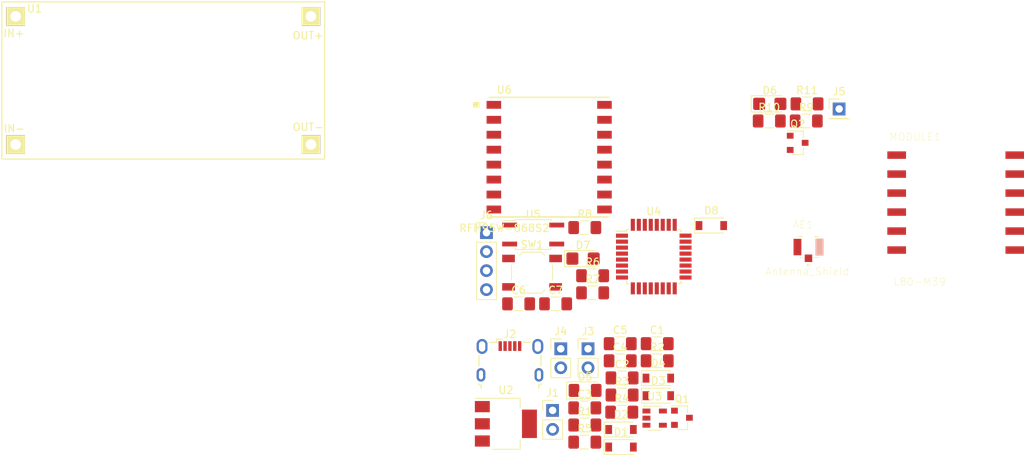
<source format=kicad_pcb>
(kicad_pcb (version 20171130) (host pcbnew "(5.0.2)-1")

  (general
    (thickness 1.6)
    (drawings 0)
    (tracks 0)
    (zones 0)
    (modules 43)
    (nets 61)
  )

  (page A4)
  (layers
    (0 F.Cu signal)
    (31 B.Cu signal)
    (32 B.Adhes user)
    (33 F.Adhes user)
    (34 B.Paste user)
    (35 F.Paste user)
    (36 B.SilkS user)
    (37 F.SilkS user)
    (38 B.Mask user)
    (39 F.Mask user)
    (40 Dwgs.User user)
    (41 Cmts.User user)
    (42 Eco1.User user)
    (43 Eco2.User user)
    (44 Edge.Cuts user)
    (45 Margin user)
    (46 B.CrtYd user)
    (47 F.CrtYd user)
    (48 B.Fab user)
    (49 F.Fab user)
  )

  (setup
    (last_trace_width 0.25)
    (trace_clearance 0.2)
    (zone_clearance 0.508)
    (zone_45_only no)
    (trace_min 0.2)
    (segment_width 0.2)
    (edge_width 0.1)
    (via_size 0.8)
    (via_drill 0.4)
    (via_min_size 0.4)
    (via_min_drill 0.3)
    (uvia_size 0.3)
    (uvia_drill 0.1)
    (uvias_allowed no)
    (uvia_min_size 0.2)
    (uvia_min_drill 0.1)
    (pcb_text_width 0.3)
    (pcb_text_size 1.5 1.5)
    (mod_edge_width 0.15)
    (mod_text_size 1 1)
    (mod_text_width 0.15)
    (pad_size 1.5 1.5)
    (pad_drill 0.6)
    (pad_to_mask_clearance 0)
    (solder_mask_min_width 0.25)
    (aux_axis_origin 0 0)
    (visible_elements 7FFFFFFF)
    (pcbplotparams
      (layerselection 0x010fc_ffffffff)
      (usegerberextensions false)
      (usegerberattributes false)
      (usegerberadvancedattributes false)
      (creategerberjobfile false)
      (excludeedgelayer true)
      (linewidth 0.100000)
      (plotframeref false)
      (viasonmask false)
      (mode 1)
      (useauxorigin false)
      (hpglpennumber 1)
      (hpglpenspeed 20)
      (hpglpendiameter 15.000000)
      (psnegative false)
      (psa4output false)
      (plotreference true)
      (plotvalue true)
      (plotinvisibletext false)
      (padsonsilk false)
      (subtractmaskfromsilk false)
      (outputformat 1)
      (mirror false)
      (drillshape 1)
      (scaleselection 1)
      (outputdirectory ""))
  )

  (net 0 "")
  (net 1 GND)
  (net 2 "Net-(AE1-Pad1)")
  (net 3 "Net-(C1-Pad1)")
  (net 4 +5V)
  (net 5 +3V3)
  (net 6 +BATT)
  (net 7 /microcontroller/VDD_CORE)
  (net 8 +12V)
  (net 9 "Net-(D1-Pad2)")
  (net 10 "Net-(D2-Pad1)")
  (net 11 "Net-(D2-Pad2)")
  (net 12 "Net-(D3-Pad2)")
  (net 13 "Net-(D5-Pad1)")
  (net 14 /microcontroller/LED_1)
  (net 15 "Net-(D6-Pad1)")
  (net 16 "Net-(D7-Pad1)")
  (net 17 /microcontroller/LED_2)
  (net 18 "Net-(D8-Pad2)")
  (net 19 "Net-(D8-Pad1)")
  (net 20 D-)
  (net 21 D+)
  (net 22 /microcontroller/SWCLK)
  (net 23 /microcontroller/SWDIO)
  (net 24 /microcontroller/RX_GPS)
  (net 25 /microcontroller/TX_GPS)
  (net 26 /microcontroller/1PPS)
  (net 27 "Net-(MODULE1-Pad7)")
  (net 28 "Net-(MODULE1-Pad8)")
  (net 29 "Net-(MODULE1-Pad10)")
  (net 30 "Net-(MODULE1-Pad11)")
  (net 31 /microcontroller/SIG_CONECTADO)
  (net 32 "Net-(Q2-Pad1)")
  (net 33 "Net-(R2-Pad1)")
  (net 34 "Net-(R3-Pad2)")
  (net 35 V_DIV)
  (net 36 "Net-(R10-Pad1)")
  (net 37 /microcontroller/SIG_PANI)
  (net 38 /microcontroller/RST_SAMD)
  (net 39 "Net-(U4-Pad1)")
  (net 40 "Net-(U4-Pad2)")
  (net 41 "Net-(U4-Pad3)")
  (net 42 "Net-(U4-Pad4)")
  (net 43 /microcontroller/DIO0)
  (net 44 "Net-(U4-Pad6)")
  (net 45 "Net-(U4-Pad7)")
  (net 46 "Net-(U4-Pad8)")
  (net 47 "Net-(U4-Pad11)")
  (net 48 "Net-(U4-Pad12)")
  (net 49 "Net-(U4-Pad15)")
  (net 50 /microcontroller/DIO5)
  (net 51 /microcontroller/RST_RF)
  (net 52 /microcontroller/NSS)
  (net 53 /microcontroller/MOSI)
  (net 54 /microcontroller/SCK)
  (net 55 /microcontroller/MISO)
  (net 56 /microcontroller/DIO1)
  (net 57 /microcontroller/DIO2)
  (net 58 "Net-(U4-Pad27)")
  (net 59 "Net-(U6-Pad11)")
  (net 60 "Net-(U6-Pad12)")

  (net_class Default "Esta es la clase de red por defecto."
    (clearance 0.2)
    (trace_width 0.25)
    (via_dia 0.8)
    (via_drill 0.4)
    (uvia_dia 0.3)
    (uvia_drill 0.1)
    (add_net +12V)
    (add_net +3V3)
    (add_net +5V)
    (add_net +BATT)
    (add_net /microcontroller/1PPS)
    (add_net /microcontroller/DIO0)
    (add_net /microcontroller/DIO1)
    (add_net /microcontroller/DIO2)
    (add_net /microcontroller/DIO5)
    (add_net /microcontroller/LED_1)
    (add_net /microcontroller/LED_2)
    (add_net /microcontroller/MISO)
    (add_net /microcontroller/MOSI)
    (add_net /microcontroller/NSS)
    (add_net /microcontroller/RST_RF)
    (add_net /microcontroller/RST_SAMD)
    (add_net /microcontroller/RX_GPS)
    (add_net /microcontroller/SCK)
    (add_net /microcontroller/SIG_CONECTADO)
    (add_net /microcontroller/SIG_PANI)
    (add_net /microcontroller/SWCLK)
    (add_net /microcontroller/SWDIO)
    (add_net /microcontroller/TX_GPS)
    (add_net /microcontroller/VDD_CORE)
    (add_net D+)
    (add_net D-)
    (add_net GND)
    (add_net "Net-(AE1-Pad1)")
    (add_net "Net-(C1-Pad1)")
    (add_net "Net-(D1-Pad2)")
    (add_net "Net-(D2-Pad1)")
    (add_net "Net-(D2-Pad2)")
    (add_net "Net-(D3-Pad2)")
    (add_net "Net-(D5-Pad1)")
    (add_net "Net-(D6-Pad1)")
    (add_net "Net-(D7-Pad1)")
    (add_net "Net-(D8-Pad1)")
    (add_net "Net-(D8-Pad2)")
    (add_net "Net-(MODULE1-Pad10)")
    (add_net "Net-(MODULE1-Pad11)")
    (add_net "Net-(MODULE1-Pad7)")
    (add_net "Net-(MODULE1-Pad8)")
    (add_net "Net-(Q2-Pad1)")
    (add_net "Net-(R10-Pad1)")
    (add_net "Net-(R2-Pad1)")
    (add_net "Net-(R3-Pad2)")
    (add_net "Net-(U4-Pad1)")
    (add_net "Net-(U4-Pad11)")
    (add_net "Net-(U4-Pad12)")
    (add_net "Net-(U4-Pad15)")
    (add_net "Net-(U4-Pad2)")
    (add_net "Net-(U4-Pad27)")
    (add_net "Net-(U4-Pad3)")
    (add_net "Net-(U4-Pad4)")
    (add_net "Net-(U4-Pad6)")
    (add_net "Net-(U4-Pad7)")
    (add_net "Net-(U4-Pad8)")
    (add_net "Net-(U6-Pad11)")
    (add_net "Net-(U6-Pad12)")
    (add_net V_DIV)
  )

  (module gps_LoRa:MOLEX_1661 (layer F.Cu) (tedit 5C718037) (tstamp 5C7BD694)
    (at 176 75.8)
    (path /5C6B0B25/5C6B276B)
    (attr smd)
    (fp_text reference AE1 (at -0.73118 -2.98984) (layer F.SilkS)
      (effects (font (size 1.00162 1.00162) (thickness 0.05)))
    )
    (fp_text value Antenna_Shield (at -0.145195 3.26924) (layer F.SilkS)
      (effects (font (size 1.0013 1.0013) (thickness 0.05)))
    )
    (fp_line (start -2.25 2.25) (end -2.25 -2.25) (layer Eco1.User) (width 0.05))
    (fp_line (start 2.25 2.25) (end -2.25 2.25) (layer Eco1.User) (width 0.05))
    (fp_line (start 2.25 -2.25) (end 2.25 2.25) (layer Eco1.User) (width 0.05))
    (fp_line (start -2.25 -2.25) (end 2.25 -2.25) (layer Eco1.User) (width 0.05))
    (fp_circle (center 0 2.4) (end 0.1 2.4) (layer F.SilkS) (width 0.2))
    (fp_line (start -1.1 1.4) (end -1.15 1.35) (layer F.SilkS) (width 0.127))
    (fp_line (start -1.1 1.4) (end -0.8 1.4) (layer F.SilkS) (width 0.127))
    (fp_line (start 1.3 1.4) (end 0.8 1.4) (layer F.SilkS) (width 0.127))
    (fp_line (start 1.3 -1.4) (end 0.8 -1.4) (layer F.SilkS) (width 0.127))
    (fp_line (start -1.3 -1.4) (end -0.8 -1.4) (layer F.SilkS) (width 0.127))
    (fp_line (start -1.1 1.3) (end -1.3 1.1) (layer Eco2.User) (width 0.127))
    (fp_line (start 1.3 1.3) (end -1.1 1.3) (layer Eco2.User) (width 0.127))
    (fp_line (start -1.3 1.1) (end -1.3 -1.3) (layer Eco2.User) (width 0.127))
    (fp_line (start 1.3 -1.3) (end 1.3 1.3) (layer Eco2.User) (width 0.127))
    (fp_line (start -1.3 -1.3) (end 1.3 -1.3) (layer Eco2.User) (width 0.127))
    (pad 3 smd rect (at 1.475 0) (size 1.05 2.2) (layers F.Cu F.Paste B.SilkS F.Mask))
    (pad 2 smd rect (at -1.475 0) (size 1.05 2.2) (layers F.Cu F.Paste F.Mask)
      (net 1 GND))
    (pad 1 smd rect (at 0 1.5) (size 1 1) (layers F.Cu F.Paste F.Mask)
      (net 2 "Net-(AE1-Pad1)"))
  )

  (module Capacitor_SMD:C_1206_3216Metric_Pad1.42x1.75mm_HandSolder (layer F.Cu) (tedit 5B301BBE) (tstamp 5C7BD6A5)
    (at 155.765001 88.725001)
    (descr "Capacitor SMD 1206 (3216 Metric), square (rectangular) end terminal, IPC_7351 nominal with elongated pad for handsoldering. (Body size source: http://www.tortai-tech.com/upload/download/2011102023233369053.pdf), generated with kicad-footprint-generator")
    (tags "capacitor handsolder")
    (path /5C688BAA)
    (attr smd)
    (fp_text reference C1 (at 0 -1.82) (layer F.SilkS)
      (effects (font (size 1 1) (thickness 0.15)))
    )
    (fp_text value 10uf (at 0 1.82) (layer F.Fab)
      (effects (font (size 1 1) (thickness 0.15)))
    )
    (fp_line (start -1.6 0.8) (end -1.6 -0.8) (layer F.Fab) (width 0.1))
    (fp_line (start -1.6 -0.8) (end 1.6 -0.8) (layer F.Fab) (width 0.1))
    (fp_line (start 1.6 -0.8) (end 1.6 0.8) (layer F.Fab) (width 0.1))
    (fp_line (start 1.6 0.8) (end -1.6 0.8) (layer F.Fab) (width 0.1))
    (fp_line (start -0.602064 -0.91) (end 0.602064 -0.91) (layer F.SilkS) (width 0.12))
    (fp_line (start -0.602064 0.91) (end 0.602064 0.91) (layer F.SilkS) (width 0.12))
    (fp_line (start -2.45 1.12) (end -2.45 -1.12) (layer F.CrtYd) (width 0.05))
    (fp_line (start -2.45 -1.12) (end 2.45 -1.12) (layer F.CrtYd) (width 0.05))
    (fp_line (start 2.45 -1.12) (end 2.45 1.12) (layer F.CrtYd) (width 0.05))
    (fp_line (start 2.45 1.12) (end -2.45 1.12) (layer F.CrtYd) (width 0.05))
    (fp_text user %R (at 0 0) (layer F.Fab)
      (effects (font (size 0.8 0.8) (thickness 0.12)))
    )
    (pad 1 smd roundrect (at -1.4875 0) (size 1.425 1.75) (layers F.Cu F.Paste F.Mask) (roundrect_rratio 0.175439)
      (net 3 "Net-(C1-Pad1)"))
    (pad 2 smd roundrect (at 1.4875 0) (size 1.425 1.75) (layers F.Cu F.Paste F.Mask) (roundrect_rratio 0.175439)
      (net 1 GND))
    (model ${KISYS3DMOD}/Capacitor_SMD.3dshapes/C_1206_3216Metric.wrl
      (at (xyz 0 0 0))
      (scale (xyz 1 1 1))
      (rotate (xyz 0 0 0))
    )
  )

  (module Capacitor_SMD:C_1206_3216Metric_Pad1.42x1.75mm_HandSolder (layer F.Cu) (tedit 5B301BBE) (tstamp 5C7BD6B6)
    (at 151.065001 93.305001)
    (descr "Capacitor SMD 1206 (3216 Metric), square (rectangular) end terminal, IPC_7351 nominal with elongated pad for handsoldering. (Body size source: http://www.tortai-tech.com/upload/download/2011102023233369053.pdf), generated with kicad-footprint-generator")
    (tags "capacitor handsolder")
    (path /5C686EA4)
    (attr smd)
    (fp_text reference C2 (at 0 -1.82) (layer F.SilkS)
      (effects (font (size 1 1) (thickness 0.15)))
    )
    (fp_text value 10uf (at 0 1.82) (layer F.Fab)
      (effects (font (size 1 1) (thickness 0.15)))
    )
    (fp_line (start -1.6 0.8) (end -1.6 -0.8) (layer F.Fab) (width 0.1))
    (fp_line (start -1.6 -0.8) (end 1.6 -0.8) (layer F.Fab) (width 0.1))
    (fp_line (start 1.6 -0.8) (end 1.6 0.8) (layer F.Fab) (width 0.1))
    (fp_line (start 1.6 0.8) (end -1.6 0.8) (layer F.Fab) (width 0.1))
    (fp_line (start -0.602064 -0.91) (end 0.602064 -0.91) (layer F.SilkS) (width 0.12))
    (fp_line (start -0.602064 0.91) (end 0.602064 0.91) (layer F.SilkS) (width 0.12))
    (fp_line (start -2.45 1.12) (end -2.45 -1.12) (layer F.CrtYd) (width 0.05))
    (fp_line (start -2.45 -1.12) (end 2.45 -1.12) (layer F.CrtYd) (width 0.05))
    (fp_line (start 2.45 -1.12) (end 2.45 1.12) (layer F.CrtYd) (width 0.05))
    (fp_line (start 2.45 1.12) (end -2.45 1.12) (layer F.CrtYd) (width 0.05))
    (fp_text user %R (at 0 0) (layer F.Fab)
      (effects (font (size 0.8 0.8) (thickness 0.12)))
    )
    (pad 1 smd roundrect (at -1.4875 0) (size 1.425 1.75) (layers F.Cu F.Paste F.Mask) (roundrect_rratio 0.175439)
      (net 4 +5V))
    (pad 2 smd roundrect (at 1.4875 0) (size 1.425 1.75) (layers F.Cu F.Paste F.Mask) (roundrect_rratio 0.175439)
      (net 1 GND))
    (model ${KISYS3DMOD}/Capacitor_SMD.3dshapes/C_1206_3216Metric.wrl
      (at (xyz 0 0 0))
      (scale (xyz 1 1 1))
      (rotate (xyz 0 0 0))
    )
  )

  (module Capacitor_SMD:C_1206_3216Metric_Pad1.42x1.75mm_HandSolder (layer F.Cu) (tedit 5B301BBE) (tstamp 5C7BD6C7)
    (at 146.075001 97.315001)
    (descr "Capacitor SMD 1206 (3216 Metric), square (rectangular) end terminal, IPC_7351 nominal with elongated pad for handsoldering. (Body size source: http://www.tortai-tech.com/upload/download/2011102023233369053.pdf), generated with kicad-footprint-generator")
    (tags "capacitor handsolder")
    (path /5C688C84)
    (attr smd)
    (fp_text reference C3 (at 0 -1.82) (layer F.SilkS)
      (effects (font (size 1 1) (thickness 0.15)))
    )
    (fp_text value 100uf (at 0 1.82) (layer F.Fab)
      (effects (font (size 1 1) (thickness 0.15)))
    )
    (fp_text user %R (at 0 0) (layer F.Fab)
      (effects (font (size 0.8 0.8) (thickness 0.12)))
    )
    (fp_line (start 2.45 1.12) (end -2.45 1.12) (layer F.CrtYd) (width 0.05))
    (fp_line (start 2.45 -1.12) (end 2.45 1.12) (layer F.CrtYd) (width 0.05))
    (fp_line (start -2.45 -1.12) (end 2.45 -1.12) (layer F.CrtYd) (width 0.05))
    (fp_line (start -2.45 1.12) (end -2.45 -1.12) (layer F.CrtYd) (width 0.05))
    (fp_line (start -0.602064 0.91) (end 0.602064 0.91) (layer F.SilkS) (width 0.12))
    (fp_line (start -0.602064 -0.91) (end 0.602064 -0.91) (layer F.SilkS) (width 0.12))
    (fp_line (start 1.6 0.8) (end -1.6 0.8) (layer F.Fab) (width 0.1))
    (fp_line (start 1.6 -0.8) (end 1.6 0.8) (layer F.Fab) (width 0.1))
    (fp_line (start -1.6 -0.8) (end 1.6 -0.8) (layer F.Fab) (width 0.1))
    (fp_line (start -1.6 0.8) (end -1.6 -0.8) (layer F.Fab) (width 0.1))
    (pad 2 smd roundrect (at 1.4875 0) (size 1.425 1.75) (layers F.Cu F.Paste F.Mask) (roundrect_rratio 0.175439)
      (net 1 GND))
    (pad 1 smd roundrect (at -1.4875 0) (size 1.425 1.75) (layers F.Cu F.Paste F.Mask) (roundrect_rratio 0.175439)
      (net 5 +3V3))
    (model ${KISYS3DMOD}/Capacitor_SMD.3dshapes/C_1206_3216Metric.wrl
      (at (xyz 0 0 0))
      (scale (xyz 1 1 1))
      (rotate (xyz 0 0 0))
    )
  )

  (module Capacitor_SMD:C_1206_3216Metric_Pad1.42x1.75mm_HandSolder (layer F.Cu) (tedit 5B301BBE) (tstamp 5C7BD6D8)
    (at 150.815001 91.015001)
    (descr "Capacitor SMD 1206 (3216 Metric), square (rectangular) end terminal, IPC_7351 nominal with elongated pad for handsoldering. (Body size source: http://www.tortai-tech.com/upload/download/2011102023233369053.pdf), generated with kicad-footprint-generator")
    (tags "capacitor handsolder")
    (path /5C688D19)
    (attr smd)
    (fp_text reference C4 (at 0 -1.82) (layer F.SilkS)
      (effects (font (size 1 1) (thickness 0.15)))
    )
    (fp_text value 0.1uf (at 0 1.82) (layer F.Fab)
      (effects (font (size 1 1) (thickness 0.15)))
    )
    (fp_line (start -1.6 0.8) (end -1.6 -0.8) (layer F.Fab) (width 0.1))
    (fp_line (start -1.6 -0.8) (end 1.6 -0.8) (layer F.Fab) (width 0.1))
    (fp_line (start 1.6 -0.8) (end 1.6 0.8) (layer F.Fab) (width 0.1))
    (fp_line (start 1.6 0.8) (end -1.6 0.8) (layer F.Fab) (width 0.1))
    (fp_line (start -0.602064 -0.91) (end 0.602064 -0.91) (layer F.SilkS) (width 0.12))
    (fp_line (start -0.602064 0.91) (end 0.602064 0.91) (layer F.SilkS) (width 0.12))
    (fp_line (start -2.45 1.12) (end -2.45 -1.12) (layer F.CrtYd) (width 0.05))
    (fp_line (start -2.45 -1.12) (end 2.45 -1.12) (layer F.CrtYd) (width 0.05))
    (fp_line (start 2.45 -1.12) (end 2.45 1.12) (layer F.CrtYd) (width 0.05))
    (fp_line (start 2.45 1.12) (end -2.45 1.12) (layer F.CrtYd) (width 0.05))
    (fp_text user %R (at 0 0) (layer F.Fab)
      (effects (font (size 0.8 0.8) (thickness 0.12)))
    )
    (pad 1 smd roundrect (at -1.4875 0) (size 1.425 1.75) (layers F.Cu F.Paste F.Mask) (roundrect_rratio 0.175439)
      (net 5 +3V3))
    (pad 2 smd roundrect (at 1.4875 0) (size 1.425 1.75) (layers F.Cu F.Paste F.Mask) (roundrect_rratio 0.175439)
      (net 1 GND))
    (model ${KISYS3DMOD}/Capacitor_SMD.3dshapes/C_1206_3216Metric.wrl
      (at (xyz 0 0 0))
      (scale (xyz 1 1 1))
      (rotate (xyz 0 0 0))
    )
  )

  (module Capacitor_SMD:C_1206_3216Metric_Pad1.42x1.75mm_HandSolder (layer F.Cu) (tedit 5B301BBE) (tstamp 5C7BD6E9)
    (at 150.815001 88.725001)
    (descr "Capacitor SMD 1206 (3216 Metric), square (rectangular) end terminal, IPC_7351 nominal with elongated pad for handsoldering. (Body size source: http://www.tortai-tech.com/upload/download/2011102023233369053.pdf), generated with kicad-footprint-generator")
    (tags "capacitor handsolder")
    (path /5C6871BF)
    (attr smd)
    (fp_text reference C5 (at 0 -1.82) (layer F.SilkS)
      (effects (font (size 1 1) (thickness 0.15)))
    )
    (fp_text value 10uf (at 0 1.82) (layer F.Fab)
      (effects (font (size 1 1) (thickness 0.15)))
    )
    (fp_text user %R (at 0 0) (layer F.Fab)
      (effects (font (size 0.8 0.8) (thickness 0.12)))
    )
    (fp_line (start 2.45 1.12) (end -2.45 1.12) (layer F.CrtYd) (width 0.05))
    (fp_line (start 2.45 -1.12) (end 2.45 1.12) (layer F.CrtYd) (width 0.05))
    (fp_line (start -2.45 -1.12) (end 2.45 -1.12) (layer F.CrtYd) (width 0.05))
    (fp_line (start -2.45 1.12) (end -2.45 -1.12) (layer F.CrtYd) (width 0.05))
    (fp_line (start -0.602064 0.91) (end 0.602064 0.91) (layer F.SilkS) (width 0.12))
    (fp_line (start -0.602064 -0.91) (end 0.602064 -0.91) (layer F.SilkS) (width 0.12))
    (fp_line (start 1.6 0.8) (end -1.6 0.8) (layer F.Fab) (width 0.1))
    (fp_line (start 1.6 -0.8) (end 1.6 0.8) (layer F.Fab) (width 0.1))
    (fp_line (start -1.6 -0.8) (end 1.6 -0.8) (layer F.Fab) (width 0.1))
    (fp_line (start -1.6 0.8) (end -1.6 -0.8) (layer F.Fab) (width 0.1))
    (pad 2 smd roundrect (at 1.4875 0) (size 1.425 1.75) (layers F.Cu F.Paste F.Mask) (roundrect_rratio 0.175439)
      (net 1 GND))
    (pad 1 smd roundrect (at -1.4875 0) (size 1.425 1.75) (layers F.Cu F.Paste F.Mask) (roundrect_rratio 0.175439)
      (net 6 +BATT))
    (model ${KISYS3DMOD}/Capacitor_SMD.3dshapes/C_1206_3216Metric.wrl
      (at (xyz 0 0 0))
      (scale (xyz 1 1 1))
      (rotate (xyz 0 0 0))
    )
  )

  (module Capacitor_SMD:C_1206_3216Metric_Pad1.42x1.75mm_HandSolder (layer F.Cu) (tedit 5B301BBE) (tstamp 5C7BD6FA)
    (at 137.225001 83.395001)
    (descr "Capacitor SMD 1206 (3216 Metric), square (rectangular) end terminal, IPC_7351 nominal with elongated pad for handsoldering. (Body size source: http://www.tortai-tech.com/upload/download/2011102023233369053.pdf), generated with kicad-footprint-generator")
    (tags "capacitor handsolder")
    (path /5C6B0B25/5C6B1366)
    (attr smd)
    (fp_text reference C6 (at 0 -1.82) (layer F.SilkS)
      (effects (font (size 1 1) (thickness 0.15)))
    )
    (fp_text value 1uf (at 0 1.82) (layer F.Fab)
      (effects (font (size 1 1) (thickness 0.15)))
    )
    (fp_line (start -1.6 0.8) (end -1.6 -0.8) (layer F.Fab) (width 0.1))
    (fp_line (start -1.6 -0.8) (end 1.6 -0.8) (layer F.Fab) (width 0.1))
    (fp_line (start 1.6 -0.8) (end 1.6 0.8) (layer F.Fab) (width 0.1))
    (fp_line (start 1.6 0.8) (end -1.6 0.8) (layer F.Fab) (width 0.1))
    (fp_line (start -0.602064 -0.91) (end 0.602064 -0.91) (layer F.SilkS) (width 0.12))
    (fp_line (start -0.602064 0.91) (end 0.602064 0.91) (layer F.SilkS) (width 0.12))
    (fp_line (start -2.45 1.12) (end -2.45 -1.12) (layer F.CrtYd) (width 0.05))
    (fp_line (start -2.45 -1.12) (end 2.45 -1.12) (layer F.CrtYd) (width 0.05))
    (fp_line (start 2.45 -1.12) (end 2.45 1.12) (layer F.CrtYd) (width 0.05))
    (fp_line (start 2.45 1.12) (end -2.45 1.12) (layer F.CrtYd) (width 0.05))
    (fp_text user %R (at 0 0) (layer F.Fab)
      (effects (font (size 0.8 0.8) (thickness 0.12)))
    )
    (pad 1 smd roundrect (at -1.4875 0) (size 1.425 1.75) (layers F.Cu F.Paste F.Mask) (roundrect_rratio 0.175439)
      (net 7 /microcontroller/VDD_CORE))
    (pad 2 smd roundrect (at 1.4875 0) (size 1.425 1.75) (layers F.Cu F.Paste F.Mask) (roundrect_rratio 0.175439)
      (net 1 GND))
    (model ${KISYS3DMOD}/Capacitor_SMD.3dshapes/C_1206_3216Metric.wrl
      (at (xyz 0 0 0))
      (scale (xyz 1 1 1))
      (rotate (xyz 0 0 0))
    )
  )

  (module Capacitor_SMD:C_1206_3216Metric_Pad1.42x1.75mm_HandSolder (layer F.Cu) (tedit 5B301BBE) (tstamp 5C7BD70B)
    (at 142.175001 83.395001)
    (descr "Capacitor SMD 1206 (3216 Metric), square (rectangular) end terminal, IPC_7351 nominal with elongated pad for handsoldering. (Body size source: http://www.tortai-tech.com/upload/download/2011102023233369053.pdf), generated with kicad-footprint-generator")
    (tags "capacitor handsolder")
    (path /5C6B0B25/5C6B144E)
    (attr smd)
    (fp_text reference C7 (at 0 -1.82) (layer F.SilkS)
      (effects (font (size 1 1) (thickness 0.15)))
    )
    (fp_text value 0.1uf (at 0 1.82) (layer F.Fab)
      (effects (font (size 1 1) (thickness 0.15)))
    )
    (fp_text user %R (at 0 0) (layer F.Fab)
      (effects (font (size 0.8 0.8) (thickness 0.12)))
    )
    (fp_line (start 2.45 1.12) (end -2.45 1.12) (layer F.CrtYd) (width 0.05))
    (fp_line (start 2.45 -1.12) (end 2.45 1.12) (layer F.CrtYd) (width 0.05))
    (fp_line (start -2.45 -1.12) (end 2.45 -1.12) (layer F.CrtYd) (width 0.05))
    (fp_line (start -2.45 1.12) (end -2.45 -1.12) (layer F.CrtYd) (width 0.05))
    (fp_line (start -0.602064 0.91) (end 0.602064 0.91) (layer F.SilkS) (width 0.12))
    (fp_line (start -0.602064 -0.91) (end 0.602064 -0.91) (layer F.SilkS) (width 0.12))
    (fp_line (start 1.6 0.8) (end -1.6 0.8) (layer F.Fab) (width 0.1))
    (fp_line (start 1.6 -0.8) (end 1.6 0.8) (layer F.Fab) (width 0.1))
    (fp_line (start -1.6 -0.8) (end 1.6 -0.8) (layer F.Fab) (width 0.1))
    (fp_line (start -1.6 0.8) (end -1.6 -0.8) (layer F.Fab) (width 0.1))
    (pad 2 smd roundrect (at 1.4875 0) (size 1.425 1.75) (layers F.Cu F.Paste F.Mask) (roundrect_rratio 0.175439)
      (net 1 GND))
    (pad 1 smd roundrect (at -1.4875 0) (size 1.425 1.75) (layers F.Cu F.Paste F.Mask) (roundrect_rratio 0.175439)
      (net 5 +3V3))
    (model ${KISYS3DMOD}/Capacitor_SMD.3dshapes/C_1206_3216Metric.wrl
      (at (xyz 0 0 0))
      (scale (xyz 1 1 1))
      (rotate (xyz 0 0 0))
    )
  )

  (module Diode_SMD:D_SOD-123 (layer F.Cu) (tedit 58645DC7) (tstamp 5C7BD724)
    (at 150.925001 102.555001)
    (descr SOD-123)
    (tags SOD-123)
    (path /5C6B6626)
    (attr smd)
    (fp_text reference D1 (at 0 -2) (layer F.SilkS)
      (effects (font (size 1 1) (thickness 0.15)))
    )
    (fp_text value D_Schottky (at 0 2.1) (layer F.Fab)
      (effects (font (size 1 1) (thickness 0.15)))
    )
    (fp_text user %R (at 0 -2) (layer F.Fab)
      (effects (font (size 1 1) (thickness 0.15)))
    )
    (fp_line (start -2.25 -1) (end -2.25 1) (layer F.SilkS) (width 0.12))
    (fp_line (start 0.25 0) (end 0.75 0) (layer F.Fab) (width 0.1))
    (fp_line (start 0.25 0.4) (end -0.35 0) (layer F.Fab) (width 0.1))
    (fp_line (start 0.25 -0.4) (end 0.25 0.4) (layer F.Fab) (width 0.1))
    (fp_line (start -0.35 0) (end 0.25 -0.4) (layer F.Fab) (width 0.1))
    (fp_line (start -0.35 0) (end -0.35 0.55) (layer F.Fab) (width 0.1))
    (fp_line (start -0.35 0) (end -0.35 -0.55) (layer F.Fab) (width 0.1))
    (fp_line (start -0.75 0) (end -0.35 0) (layer F.Fab) (width 0.1))
    (fp_line (start -1.4 0.9) (end -1.4 -0.9) (layer F.Fab) (width 0.1))
    (fp_line (start 1.4 0.9) (end -1.4 0.9) (layer F.Fab) (width 0.1))
    (fp_line (start 1.4 -0.9) (end 1.4 0.9) (layer F.Fab) (width 0.1))
    (fp_line (start -1.4 -0.9) (end 1.4 -0.9) (layer F.Fab) (width 0.1))
    (fp_line (start -2.35 -1.15) (end 2.35 -1.15) (layer F.CrtYd) (width 0.05))
    (fp_line (start 2.35 -1.15) (end 2.35 1.15) (layer F.CrtYd) (width 0.05))
    (fp_line (start 2.35 1.15) (end -2.35 1.15) (layer F.CrtYd) (width 0.05))
    (fp_line (start -2.35 -1.15) (end -2.35 1.15) (layer F.CrtYd) (width 0.05))
    (fp_line (start -2.25 1) (end 1.65 1) (layer F.SilkS) (width 0.12))
    (fp_line (start -2.25 -1) (end 1.65 -1) (layer F.SilkS) (width 0.12))
    (pad 1 smd rect (at -1.65 0) (size 0.9 1.2) (layers F.Cu F.Paste F.Mask)
      (net 8 +12V))
    (pad 2 smd rect (at 1.65 0) (size 0.9 1.2) (layers F.Cu F.Paste F.Mask)
      (net 9 "Net-(D1-Pad2)"))
    (model ${KISYS3DMOD}/Diode_SMD.3dshapes/D_SOD-123.wrl
      (at (xyz 0 0 0))
      (scale (xyz 1 1 1))
      (rotate (xyz 0 0 0))
    )
  )

  (module Diode_SMD:D_SOD-123 (layer F.Cu) (tedit 58645DC7) (tstamp 5C7BD73D)
    (at 150.925001 100.205001)
    (descr SOD-123)
    (tags SOD-123)
    (path /5C6B93A3)
    (attr smd)
    (fp_text reference D2 (at 0 -2) (layer F.SilkS)
      (effects (font (size 1 1) (thickness 0.15)))
    )
    (fp_text value D_Schottky (at 0 2.1) (layer F.Fab)
      (effects (font (size 1 1) (thickness 0.15)))
    )
    (fp_text user %R (at 0 -2) (layer F.Fab)
      (effects (font (size 1 1) (thickness 0.15)))
    )
    (fp_line (start -2.25 -1) (end -2.25 1) (layer F.SilkS) (width 0.12))
    (fp_line (start 0.25 0) (end 0.75 0) (layer F.Fab) (width 0.1))
    (fp_line (start 0.25 0.4) (end -0.35 0) (layer F.Fab) (width 0.1))
    (fp_line (start 0.25 -0.4) (end 0.25 0.4) (layer F.Fab) (width 0.1))
    (fp_line (start -0.35 0) (end 0.25 -0.4) (layer F.Fab) (width 0.1))
    (fp_line (start -0.35 0) (end -0.35 0.55) (layer F.Fab) (width 0.1))
    (fp_line (start -0.35 0) (end -0.35 -0.55) (layer F.Fab) (width 0.1))
    (fp_line (start -0.75 0) (end -0.35 0) (layer F.Fab) (width 0.1))
    (fp_line (start -1.4 0.9) (end -1.4 -0.9) (layer F.Fab) (width 0.1))
    (fp_line (start 1.4 0.9) (end -1.4 0.9) (layer F.Fab) (width 0.1))
    (fp_line (start 1.4 -0.9) (end 1.4 0.9) (layer F.Fab) (width 0.1))
    (fp_line (start -1.4 -0.9) (end 1.4 -0.9) (layer F.Fab) (width 0.1))
    (fp_line (start -2.35 -1.15) (end 2.35 -1.15) (layer F.CrtYd) (width 0.05))
    (fp_line (start 2.35 -1.15) (end 2.35 1.15) (layer F.CrtYd) (width 0.05))
    (fp_line (start 2.35 1.15) (end -2.35 1.15) (layer F.CrtYd) (width 0.05))
    (fp_line (start -2.35 -1.15) (end -2.35 1.15) (layer F.CrtYd) (width 0.05))
    (fp_line (start -2.25 1) (end 1.65 1) (layer F.SilkS) (width 0.12))
    (fp_line (start -2.25 -1) (end 1.65 -1) (layer F.SilkS) (width 0.12))
    (pad 1 smd rect (at -1.65 0) (size 0.9 1.2) (layers F.Cu F.Paste F.Mask)
      (net 10 "Net-(D2-Pad1)"))
    (pad 2 smd rect (at 1.65 0) (size 0.9 1.2) (layers F.Cu F.Paste F.Mask)
      (net 11 "Net-(D2-Pad2)"))
    (model ${KISYS3DMOD}/Diode_SMD.3dshapes/D_SOD-123.wrl
      (at (xyz 0 0 0))
      (scale (xyz 1 1 1))
      (rotate (xyz 0 0 0))
    )
  )

  (module Diode_SMD:D_SOD-123 (layer F.Cu) (tedit 58645DC7) (tstamp 5C7BD756)
    (at 155.915001 95.685001)
    (descr SOD-123)
    (tags SOD-123)
    (path /5C6BAB83)
    (attr smd)
    (fp_text reference D3 (at 0 -2) (layer F.SilkS)
      (effects (font (size 1 1) (thickness 0.15)))
    )
    (fp_text value D_Schottky (at 0 2.1) (layer F.Fab)
      (effects (font (size 1 1) (thickness 0.15)))
    )
    (fp_line (start -2.25 -1) (end 1.65 -1) (layer F.SilkS) (width 0.12))
    (fp_line (start -2.25 1) (end 1.65 1) (layer F.SilkS) (width 0.12))
    (fp_line (start -2.35 -1.15) (end -2.35 1.15) (layer F.CrtYd) (width 0.05))
    (fp_line (start 2.35 1.15) (end -2.35 1.15) (layer F.CrtYd) (width 0.05))
    (fp_line (start 2.35 -1.15) (end 2.35 1.15) (layer F.CrtYd) (width 0.05))
    (fp_line (start -2.35 -1.15) (end 2.35 -1.15) (layer F.CrtYd) (width 0.05))
    (fp_line (start -1.4 -0.9) (end 1.4 -0.9) (layer F.Fab) (width 0.1))
    (fp_line (start 1.4 -0.9) (end 1.4 0.9) (layer F.Fab) (width 0.1))
    (fp_line (start 1.4 0.9) (end -1.4 0.9) (layer F.Fab) (width 0.1))
    (fp_line (start -1.4 0.9) (end -1.4 -0.9) (layer F.Fab) (width 0.1))
    (fp_line (start -0.75 0) (end -0.35 0) (layer F.Fab) (width 0.1))
    (fp_line (start -0.35 0) (end -0.35 -0.55) (layer F.Fab) (width 0.1))
    (fp_line (start -0.35 0) (end -0.35 0.55) (layer F.Fab) (width 0.1))
    (fp_line (start -0.35 0) (end 0.25 -0.4) (layer F.Fab) (width 0.1))
    (fp_line (start 0.25 -0.4) (end 0.25 0.4) (layer F.Fab) (width 0.1))
    (fp_line (start 0.25 0.4) (end -0.35 0) (layer F.Fab) (width 0.1))
    (fp_line (start 0.25 0) (end 0.75 0) (layer F.Fab) (width 0.1))
    (fp_line (start -2.25 -1) (end -2.25 1) (layer F.SilkS) (width 0.12))
    (fp_text user %R (at 0 -2) (layer F.Fab)
      (effects (font (size 1 1) (thickness 0.15)))
    )
    (pad 2 smd rect (at 1.65 0) (size 0.9 1.2) (layers F.Cu F.Paste F.Mask)
      (net 12 "Net-(D3-Pad2)"))
    (pad 1 smd rect (at -1.65 0) (size 0.9 1.2) (layers F.Cu F.Paste F.Mask)
      (net 4 +5V))
    (model ${KISYS3DMOD}/Diode_SMD.3dshapes/D_SOD-123.wrl
      (at (xyz 0 0 0))
      (scale (xyz 1 1 1))
      (rotate (xyz 0 0 0))
    )
  )

  (module Diode_SMD:D_SOD-123 (layer F.Cu) (tedit 58645DC7) (tstamp 5C7BD76F)
    (at 155.915001 93.335001)
    (descr SOD-123)
    (tags SOD-123)
    (path /5C6BC8F6)
    (attr smd)
    (fp_text reference D4 (at 0 -2) (layer F.SilkS)
      (effects (font (size 1 1) (thickness 0.15)))
    )
    (fp_text value D_Schottky (at 0 2.1) (layer F.Fab)
      (effects (font (size 1 1) (thickness 0.15)))
    )
    (fp_text user %R (at 0 -2) (layer F.Fab)
      (effects (font (size 1 1) (thickness 0.15)))
    )
    (fp_line (start -2.25 -1) (end -2.25 1) (layer F.SilkS) (width 0.12))
    (fp_line (start 0.25 0) (end 0.75 0) (layer F.Fab) (width 0.1))
    (fp_line (start 0.25 0.4) (end -0.35 0) (layer F.Fab) (width 0.1))
    (fp_line (start 0.25 -0.4) (end 0.25 0.4) (layer F.Fab) (width 0.1))
    (fp_line (start -0.35 0) (end 0.25 -0.4) (layer F.Fab) (width 0.1))
    (fp_line (start -0.35 0) (end -0.35 0.55) (layer F.Fab) (width 0.1))
    (fp_line (start -0.35 0) (end -0.35 -0.55) (layer F.Fab) (width 0.1))
    (fp_line (start -0.75 0) (end -0.35 0) (layer F.Fab) (width 0.1))
    (fp_line (start -1.4 0.9) (end -1.4 -0.9) (layer F.Fab) (width 0.1))
    (fp_line (start 1.4 0.9) (end -1.4 0.9) (layer F.Fab) (width 0.1))
    (fp_line (start 1.4 -0.9) (end 1.4 0.9) (layer F.Fab) (width 0.1))
    (fp_line (start -1.4 -0.9) (end 1.4 -0.9) (layer F.Fab) (width 0.1))
    (fp_line (start -2.35 -1.15) (end 2.35 -1.15) (layer F.CrtYd) (width 0.05))
    (fp_line (start 2.35 -1.15) (end 2.35 1.15) (layer F.CrtYd) (width 0.05))
    (fp_line (start 2.35 1.15) (end -2.35 1.15) (layer F.CrtYd) (width 0.05))
    (fp_line (start -2.35 -1.15) (end -2.35 1.15) (layer F.CrtYd) (width 0.05))
    (fp_line (start -2.25 1) (end 1.65 1) (layer F.SilkS) (width 0.12))
    (fp_line (start -2.25 -1) (end 1.65 -1) (layer F.SilkS) (width 0.12))
    (pad 1 smd rect (at -1.65 0) (size 0.9 1.2) (layers F.Cu F.Paste F.Mask)
      (net 3 "Net-(C1-Pad1)"))
    (pad 2 smd rect (at 1.65 0) (size 0.9 1.2) (layers F.Cu F.Paste F.Mask)
      (net 4 +5V))
    (model ${KISYS3DMOD}/Diode_SMD.3dshapes/D_SOD-123.wrl
      (at (xyz 0 0 0))
      (scale (xyz 1 1 1))
      (rotate (xyz 0 0 0))
    )
  )

  (module LED_SMD:LED_1206_3216Metric_Pad1.42x1.75mm_HandSolder (layer F.Cu) (tedit 5B4B45C9) (tstamp 5C7BD782)
    (at 146.120001 94.975001)
    (descr "LED SMD 1206 (3216 Metric), square (rectangular) end terminal, IPC_7351 nominal, (Body size source: http://www.tortai-tech.com/upload/download/2011102023233369053.pdf), generated with kicad-footprint-generator")
    (tags "LED handsolder")
    (path /5C68734B)
    (attr smd)
    (fp_text reference D5 (at 0 -1.82) (layer F.SilkS)
      (effects (font (size 1 1) (thickness 0.15)))
    )
    (fp_text value LED (at 0 1.82) (layer F.Fab)
      (effects (font (size 1 1) (thickness 0.15)))
    )
    (fp_line (start 1.6 -0.8) (end -1.2 -0.8) (layer F.Fab) (width 0.1))
    (fp_line (start -1.2 -0.8) (end -1.6 -0.4) (layer F.Fab) (width 0.1))
    (fp_line (start -1.6 -0.4) (end -1.6 0.8) (layer F.Fab) (width 0.1))
    (fp_line (start -1.6 0.8) (end 1.6 0.8) (layer F.Fab) (width 0.1))
    (fp_line (start 1.6 0.8) (end 1.6 -0.8) (layer F.Fab) (width 0.1))
    (fp_line (start 1.6 -1.135) (end -2.46 -1.135) (layer F.SilkS) (width 0.12))
    (fp_line (start -2.46 -1.135) (end -2.46 1.135) (layer F.SilkS) (width 0.12))
    (fp_line (start -2.46 1.135) (end 1.6 1.135) (layer F.SilkS) (width 0.12))
    (fp_line (start -2.45 1.12) (end -2.45 -1.12) (layer F.CrtYd) (width 0.05))
    (fp_line (start -2.45 -1.12) (end 2.45 -1.12) (layer F.CrtYd) (width 0.05))
    (fp_line (start 2.45 -1.12) (end 2.45 1.12) (layer F.CrtYd) (width 0.05))
    (fp_line (start 2.45 1.12) (end -2.45 1.12) (layer F.CrtYd) (width 0.05))
    (fp_text user %R (at 0 0) (layer F.Fab)
      (effects (font (size 0.8 0.8) (thickness 0.12)))
    )
    (pad 1 smd roundrect (at -1.4875 0) (size 1.425 1.75) (layers F.Cu F.Paste F.Mask) (roundrect_rratio 0.175439)
      (net 13 "Net-(D5-Pad1)"))
    (pad 2 smd roundrect (at 1.4875 0) (size 1.425 1.75) (layers F.Cu F.Paste F.Mask) (roundrect_rratio 0.175439)
      (net 4 +5V))
    (model ${KISYS3DMOD}/LED_SMD.3dshapes/LED_1206_3216Metric.wrl
      (at (xyz 0 0 0))
      (scale (xyz 1 1 1))
      (rotate (xyz 0 0 0))
    )
  )

  (module LED_SMD:LED_1206_3216Metric_Castellated (layer F.Cu) (tedit 5B301BBE) (tstamp 5C7BD795)
    (at 170.825001 56.645001)
    (descr "LED SMD 1206 (3216 Metric), castellated end terminal, IPC_7351 nominal, (Body size source: http://www.tortai-tech.com/upload/download/2011102023233369053.pdf), generated with kicad-footprint-generator")
    (tags "LED castellated")
    (path /5C6B0B25/5C6B158D)
    (attr smd)
    (fp_text reference D6 (at 0 -1.78) (layer F.SilkS)
      (effects (font (size 1 1) (thickness 0.15)))
    )
    (fp_text value LED_GREEN (at 0 1.78) (layer F.Fab)
      (effects (font (size 1 1) (thickness 0.15)))
    )
    (fp_text user %R (at 0 0) (layer F.Fab)
      (effects (font (size 0.8 0.8) (thickness 0.12)))
    )
    (fp_line (start 2.48 1.08) (end -2.48 1.08) (layer F.CrtYd) (width 0.05))
    (fp_line (start 2.48 -1.08) (end 2.48 1.08) (layer F.CrtYd) (width 0.05))
    (fp_line (start -2.48 -1.08) (end 2.48 -1.08) (layer F.CrtYd) (width 0.05))
    (fp_line (start -2.48 1.08) (end -2.48 -1.08) (layer F.CrtYd) (width 0.05))
    (fp_line (start -2.485 1.085) (end 1.6 1.085) (layer F.SilkS) (width 0.12))
    (fp_line (start -2.485 -1.085) (end -2.485 1.085) (layer F.SilkS) (width 0.12))
    (fp_line (start 1.6 -1.085) (end -2.485 -1.085) (layer F.SilkS) (width 0.12))
    (fp_line (start 1.6 0.8) (end 1.6 -0.8) (layer F.Fab) (width 0.1))
    (fp_line (start -1.6 0.8) (end 1.6 0.8) (layer F.Fab) (width 0.1))
    (fp_line (start -1.6 -0.4) (end -1.6 0.8) (layer F.Fab) (width 0.1))
    (fp_line (start -1.2 -0.8) (end -1.6 -0.4) (layer F.Fab) (width 0.1))
    (fp_line (start 1.6 -0.8) (end -1.2 -0.8) (layer F.Fab) (width 0.1))
    (pad 2 smd roundrect (at 1.425 0) (size 1.6 1.65) (layers F.Cu F.Paste F.Mask) (roundrect_rratio 0.15625)
      (net 14 /microcontroller/LED_1))
    (pad 1 smd roundrect (at -1.425 0) (size 1.6 1.65) (layers F.Cu F.Paste F.Mask) (roundrect_rratio 0.15625)
      (net 15 "Net-(D6-Pad1)"))
    (model ${KISYS3DMOD}/LED_SMD.3dshapes/LED_1206_3216Metric_Castellated.wrl
      (at (xyz 0 0 0))
      (scale (xyz 1 1 1))
      (rotate (xyz 0 0 0))
    )
  )

  (module LED_SMD:LED_1206_3216Metric_Castellated (layer F.Cu) (tedit 5B301BBE) (tstamp 5C7BD7A8)
    (at 145.845001 77.345001)
    (descr "LED SMD 1206 (3216 Metric), castellated end terminal, IPC_7351 nominal, (Body size source: http://www.tortai-tech.com/upload/download/2011102023233369053.pdf), generated with kicad-footprint-generator")
    (tags "LED castellated")
    (path /5C6B0B25/5C6B1683)
    (attr smd)
    (fp_text reference D7 (at 0 -1.78) (layer F.SilkS)
      (effects (font (size 1 1) (thickness 0.15)))
    )
    (fp_text value LED_RED (at 0 1.78) (layer F.Fab)
      (effects (font (size 1 1) (thickness 0.15)))
    )
    (fp_line (start 1.6 -0.8) (end -1.2 -0.8) (layer F.Fab) (width 0.1))
    (fp_line (start -1.2 -0.8) (end -1.6 -0.4) (layer F.Fab) (width 0.1))
    (fp_line (start -1.6 -0.4) (end -1.6 0.8) (layer F.Fab) (width 0.1))
    (fp_line (start -1.6 0.8) (end 1.6 0.8) (layer F.Fab) (width 0.1))
    (fp_line (start 1.6 0.8) (end 1.6 -0.8) (layer F.Fab) (width 0.1))
    (fp_line (start 1.6 -1.085) (end -2.485 -1.085) (layer F.SilkS) (width 0.12))
    (fp_line (start -2.485 -1.085) (end -2.485 1.085) (layer F.SilkS) (width 0.12))
    (fp_line (start -2.485 1.085) (end 1.6 1.085) (layer F.SilkS) (width 0.12))
    (fp_line (start -2.48 1.08) (end -2.48 -1.08) (layer F.CrtYd) (width 0.05))
    (fp_line (start -2.48 -1.08) (end 2.48 -1.08) (layer F.CrtYd) (width 0.05))
    (fp_line (start 2.48 -1.08) (end 2.48 1.08) (layer F.CrtYd) (width 0.05))
    (fp_line (start 2.48 1.08) (end -2.48 1.08) (layer F.CrtYd) (width 0.05))
    (fp_text user %R (at 0 0) (layer F.Fab)
      (effects (font (size 0.8 0.8) (thickness 0.12)))
    )
    (pad 1 smd roundrect (at -1.425 0) (size 1.6 1.65) (layers F.Cu F.Paste F.Mask) (roundrect_rratio 0.15625)
      (net 16 "Net-(D7-Pad1)"))
    (pad 2 smd roundrect (at 1.425 0) (size 1.6 1.65) (layers F.Cu F.Paste F.Mask) (roundrect_rratio 0.15625)
      (net 17 /microcontroller/LED_2))
    (model ${KISYS3DMOD}/LED_SMD.3dshapes/LED_1206_3216Metric_Castellated.wrl
      (at (xyz 0 0 0))
      (scale (xyz 1 1 1))
      (rotate (xyz 0 0 0))
    )
  )

  (module Diode_SMD:D_SOD-123 (layer F.Cu) (tedit 58645DC7) (tstamp 5C7BD7C1)
    (at 163.005001 72.925001)
    (descr SOD-123)
    (tags SOD-123)
    (path /5C6B0B25/5C6C16DC)
    (attr smd)
    (fp_text reference D8 (at 0 -2) (layer F.SilkS)
      (effects (font (size 1 1) (thickness 0.15)))
    )
    (fp_text value D_Schottky (at 0 2.1) (layer F.Fab)
      (effects (font (size 1 1) (thickness 0.15)))
    )
    (fp_line (start -2.25 -1) (end 1.65 -1) (layer F.SilkS) (width 0.12))
    (fp_line (start -2.25 1) (end 1.65 1) (layer F.SilkS) (width 0.12))
    (fp_line (start -2.35 -1.15) (end -2.35 1.15) (layer F.CrtYd) (width 0.05))
    (fp_line (start 2.35 1.15) (end -2.35 1.15) (layer F.CrtYd) (width 0.05))
    (fp_line (start 2.35 -1.15) (end 2.35 1.15) (layer F.CrtYd) (width 0.05))
    (fp_line (start -2.35 -1.15) (end 2.35 -1.15) (layer F.CrtYd) (width 0.05))
    (fp_line (start -1.4 -0.9) (end 1.4 -0.9) (layer F.Fab) (width 0.1))
    (fp_line (start 1.4 -0.9) (end 1.4 0.9) (layer F.Fab) (width 0.1))
    (fp_line (start 1.4 0.9) (end -1.4 0.9) (layer F.Fab) (width 0.1))
    (fp_line (start -1.4 0.9) (end -1.4 -0.9) (layer F.Fab) (width 0.1))
    (fp_line (start -0.75 0) (end -0.35 0) (layer F.Fab) (width 0.1))
    (fp_line (start -0.35 0) (end -0.35 -0.55) (layer F.Fab) (width 0.1))
    (fp_line (start -0.35 0) (end -0.35 0.55) (layer F.Fab) (width 0.1))
    (fp_line (start -0.35 0) (end 0.25 -0.4) (layer F.Fab) (width 0.1))
    (fp_line (start 0.25 -0.4) (end 0.25 0.4) (layer F.Fab) (width 0.1))
    (fp_line (start 0.25 0.4) (end -0.35 0) (layer F.Fab) (width 0.1))
    (fp_line (start 0.25 0) (end 0.75 0) (layer F.Fab) (width 0.1))
    (fp_line (start -2.25 -1) (end -2.25 1) (layer F.SilkS) (width 0.12))
    (fp_text user %R (at 0 -2) (layer F.Fab)
      (effects (font (size 1 1) (thickness 0.15)))
    )
    (pad 2 smd rect (at 1.65 0) (size 0.9 1.2) (layers F.Cu F.Paste F.Mask)
      (net 18 "Net-(D8-Pad2)"))
    (pad 1 smd rect (at -1.65 0) (size 0.9 1.2) (layers F.Cu F.Paste F.Mask)
      (net 19 "Net-(D8-Pad1)"))
    (model ${KISYS3DMOD}/Diode_SMD.3dshapes/D_SOD-123.wrl
      (at (xyz 0 0 0))
      (scale (xyz 1 1 1))
      (rotate (xyz 0 0 0))
    )
  )

  (module Connector_PinHeader_2.54mm:PinHeader_1x02_P2.54mm_Vertical (layer F.Cu) (tedit 59FED5CC) (tstamp 5C7BD7D7)
    (at 141.775001 97.645001)
    (descr "Through hole straight pin header, 1x02, 2.54mm pitch, single row")
    (tags "Through hole pin header THT 1x02 2.54mm single row")
    (path /5C6857EA)
    (fp_text reference J1 (at 0 -2.33) (layer F.SilkS)
      (effects (font (size 1 1) (thickness 0.15)))
    )
    (fp_text value "IN 12V" (at 0 4.87) (layer F.Fab)
      (effects (font (size 1 1) (thickness 0.15)))
    )
    (fp_line (start -0.635 -1.27) (end 1.27 -1.27) (layer F.Fab) (width 0.1))
    (fp_line (start 1.27 -1.27) (end 1.27 3.81) (layer F.Fab) (width 0.1))
    (fp_line (start 1.27 3.81) (end -1.27 3.81) (layer F.Fab) (width 0.1))
    (fp_line (start -1.27 3.81) (end -1.27 -0.635) (layer F.Fab) (width 0.1))
    (fp_line (start -1.27 -0.635) (end -0.635 -1.27) (layer F.Fab) (width 0.1))
    (fp_line (start -1.33 3.87) (end 1.33 3.87) (layer F.SilkS) (width 0.12))
    (fp_line (start -1.33 1.27) (end -1.33 3.87) (layer F.SilkS) (width 0.12))
    (fp_line (start 1.33 1.27) (end 1.33 3.87) (layer F.SilkS) (width 0.12))
    (fp_line (start -1.33 1.27) (end 1.33 1.27) (layer F.SilkS) (width 0.12))
    (fp_line (start -1.33 0) (end -1.33 -1.33) (layer F.SilkS) (width 0.12))
    (fp_line (start -1.33 -1.33) (end 0 -1.33) (layer F.SilkS) (width 0.12))
    (fp_line (start -1.8 -1.8) (end -1.8 4.35) (layer F.CrtYd) (width 0.05))
    (fp_line (start -1.8 4.35) (end 1.8 4.35) (layer F.CrtYd) (width 0.05))
    (fp_line (start 1.8 4.35) (end 1.8 -1.8) (layer F.CrtYd) (width 0.05))
    (fp_line (start 1.8 -1.8) (end -1.8 -1.8) (layer F.CrtYd) (width 0.05))
    (fp_text user %R (at 0 1.27 90) (layer F.Fab)
      (effects (font (size 1 1) (thickness 0.15)))
    )
    (pad 1 thru_hole rect (at 0 0) (size 1.7 1.7) (drill 1) (layers *.Cu *.Mask)
      (net 9 "Net-(D1-Pad2)"))
    (pad 2 thru_hole oval (at 0 2.54) (size 1.7 1.7) (drill 1) (layers *.Cu *.Mask)
      (net 1 GND))
    (model ${KISYS3DMOD}/Connector_PinHeader_2.54mm.3dshapes/PinHeader_1x02_P2.54mm_Vertical.wrl
      (at (xyz 0 0 0))
      (scale (xyz 1 1 1))
      (rotate (xyz 0 0 0))
    )
  )

  (module Connector_USB:USB_Micro-B_Wuerth_629105150521 (layer F.Cu) (tedit 5A142044) (tstamp 5C7BD806)
    (at 136.065001 90.945001)
    (descr "USB Micro-B receptacle, http://www.mouser.com/ds/2/445/629105150521-469306.pdf")
    (tags "usb micro receptacle")
    (path /5C68690B)
    (attr smd)
    (fp_text reference J2 (at 0 -3.5) (layer F.SilkS)
      (effects (font (size 1 1) (thickness 0.15)))
    )
    (fp_text value USB_B (at 0 5.6) (layer F.Fab)
      (effects (font (size 1 1) (thickness 0.15)))
    )
    (fp_line (start -4 -2.25) (end -4 3.15) (layer F.Fab) (width 0.15))
    (fp_line (start -4 3.15) (end -3.7 3.15) (layer F.Fab) (width 0.15))
    (fp_line (start -3.7 3.15) (end -3.7 4.35) (layer F.Fab) (width 0.15))
    (fp_line (start -3.7 4.35) (end 3.7 4.35) (layer F.Fab) (width 0.15))
    (fp_line (start 3.7 4.35) (end 3.7 3.15) (layer F.Fab) (width 0.15))
    (fp_line (start 3.7 3.15) (end 4 3.15) (layer F.Fab) (width 0.15))
    (fp_line (start 4 3.15) (end 4 -2.25) (layer F.Fab) (width 0.15))
    (fp_line (start 4 -2.25) (end -4 -2.25) (layer F.Fab) (width 0.15))
    (fp_line (start -2.7 3.75) (end 2.7 3.75) (layer F.Fab) (width 0.15))
    (fp_line (start -1.075 -2.725) (end -1.3 -2.55) (layer F.Fab) (width 0.15))
    (fp_line (start -1.3 -2.55) (end -1.525 -2.725) (layer F.Fab) (width 0.15))
    (fp_line (start -1.525 -2.725) (end -1.525 -2.95) (layer F.Fab) (width 0.15))
    (fp_line (start -1.525 -2.95) (end -1.075 -2.95) (layer F.Fab) (width 0.15))
    (fp_line (start -1.075 -2.95) (end -1.075 -2.725) (layer F.Fab) (width 0.15))
    (fp_line (start -4.15 -0.65) (end -4.15 0.75) (layer F.SilkS) (width 0.15))
    (fp_line (start -4.15 3.15) (end -4.15 3.3) (layer F.SilkS) (width 0.15))
    (fp_line (start -4.15 3.3) (end -3.85 3.3) (layer F.SilkS) (width 0.15))
    (fp_line (start -3.85 3.3) (end -3.85 3.75) (layer F.SilkS) (width 0.15))
    (fp_line (start 3.85 3.75) (end 3.85 3.3) (layer F.SilkS) (width 0.15))
    (fp_line (start 3.85 3.3) (end 4.15 3.3) (layer F.SilkS) (width 0.15))
    (fp_line (start 4.15 3.3) (end 4.15 3.15) (layer F.SilkS) (width 0.15))
    (fp_line (start 4.15 0.75) (end 4.15 -0.65) (layer F.SilkS) (width 0.15))
    (fp_line (start -1.075 -2.825) (end -1.8 -2.825) (layer F.SilkS) (width 0.15))
    (fp_line (start -1.8 -2.825) (end -1.8 -2.4) (layer F.SilkS) (width 0.15))
    (fp_line (start -1.8 -2.4) (end -2.8 -2.4) (layer F.SilkS) (width 0.15))
    (fp_line (start 1.8 -2.4) (end 2.8 -2.4) (layer F.SilkS) (width 0.15))
    (fp_line (start -4.94 -3.34) (end -4.94 4.85) (layer F.CrtYd) (width 0.05))
    (fp_line (start -4.94 4.85) (end 4.95 4.85) (layer F.CrtYd) (width 0.05))
    (fp_line (start 4.95 4.85) (end 4.95 -3.34) (layer F.CrtYd) (width 0.05))
    (fp_line (start 4.95 -3.34) (end -4.94 -3.34) (layer F.CrtYd) (width 0.05))
    (fp_text user %R (at 0 1.05) (layer F.Fab)
      (effects (font (size 1 1) (thickness 0.15)))
    )
    (fp_text user "PCB Edge" (at 0 3.75) (layer Dwgs.User)
      (effects (font (size 0.5 0.5) (thickness 0.08)))
    )
    (pad 1 smd rect (at -1.3 -1.9) (size 0.45 1.3) (layers F.Cu F.Paste F.Mask)
      (net 12 "Net-(D3-Pad2)"))
    (pad 2 smd rect (at -0.65 -1.9) (size 0.45 1.3) (layers F.Cu F.Paste F.Mask)
      (net 20 D-))
    (pad 3 smd rect (at 0 -1.9) (size 0.45 1.3) (layers F.Cu F.Paste F.Mask)
      (net 21 D+))
    (pad 4 smd rect (at 0.65 -1.9) (size 0.45 1.3) (layers F.Cu F.Paste F.Mask)
      (net 1 GND))
    (pad 5 smd rect (at 1.3 -1.9) (size 0.45 1.3) (layers F.Cu F.Paste F.Mask)
      (net 1 GND))
    (pad 6 thru_hole oval (at -3.725 -1.85) (size 1.45 2) (drill oval 0.85 1.4) (layers *.Cu *.Mask))
    (pad 6 thru_hole oval (at 3.725 -1.85) (size 1.45 2) (drill oval 0.85 1.4) (layers *.Cu *.Mask))
    (pad 6 thru_hole oval (at -3.875 1.95) (size 1.15 1.8) (drill oval 0.55 1.2) (layers *.Cu *.Mask))
    (pad 6 thru_hole oval (at 3.875 1.95) (size 1.15 1.8) (drill oval 0.55 1.2) (layers *.Cu *.Mask))
    (pad "" np_thru_hole oval (at -2.5 -0.8) (size 0.8 0.8) (drill 0.8) (layers *.Cu *.Mask))
    (pad "" np_thru_hole oval (at 2.5 -0.8) (size 0.8 0.8) (drill 0.8) (layers *.Cu *.Mask))
    (model ${KISYS3DMOD}/Connector_USB.3dshapes/USB_Micro-B_Wuerth_629105150521.wrl
      (at (xyz 0 0 0))
      (scale (xyz 1 1 1))
      (rotate (xyz 0 0 0))
    )
  )

  (module Connector_PinHeader_2.54mm:PinHeader_1x02_P2.54mm_Vertical (layer F.Cu) (tedit 59FED5CC) (tstamp 5C7BD81C)
    (at 146.515001 89.405001)
    (descr "Through hole straight pin header, 1x02, 2.54mm pitch, single row")
    (tags "Through hole pin header THT 1x02 2.54mm single row")
    (path /5C686764)
    (fp_text reference J3 (at 0 -2.33) (layer F.SilkS)
      (effects (font (size 1 1) (thickness 0.15)))
    )
    (fp_text value ADJ (at 0 4.87) (layer F.Fab)
      (effects (font (size 1 1) (thickness 0.15)))
    )
    (fp_line (start -0.635 -1.27) (end 1.27 -1.27) (layer F.Fab) (width 0.1))
    (fp_line (start 1.27 -1.27) (end 1.27 3.81) (layer F.Fab) (width 0.1))
    (fp_line (start 1.27 3.81) (end -1.27 3.81) (layer F.Fab) (width 0.1))
    (fp_line (start -1.27 3.81) (end -1.27 -0.635) (layer F.Fab) (width 0.1))
    (fp_line (start -1.27 -0.635) (end -0.635 -1.27) (layer F.Fab) (width 0.1))
    (fp_line (start -1.33 3.87) (end 1.33 3.87) (layer F.SilkS) (width 0.12))
    (fp_line (start -1.33 1.27) (end -1.33 3.87) (layer F.SilkS) (width 0.12))
    (fp_line (start 1.33 1.27) (end 1.33 3.87) (layer F.SilkS) (width 0.12))
    (fp_line (start -1.33 1.27) (end 1.33 1.27) (layer F.SilkS) (width 0.12))
    (fp_line (start -1.33 0) (end -1.33 -1.33) (layer F.SilkS) (width 0.12))
    (fp_line (start -1.33 -1.33) (end 0 -1.33) (layer F.SilkS) (width 0.12))
    (fp_line (start -1.8 -1.8) (end -1.8 4.35) (layer F.CrtYd) (width 0.05))
    (fp_line (start -1.8 4.35) (end 1.8 4.35) (layer F.CrtYd) (width 0.05))
    (fp_line (start 1.8 4.35) (end 1.8 -1.8) (layer F.CrtYd) (width 0.05))
    (fp_line (start 1.8 -1.8) (end -1.8 -1.8) (layer F.CrtYd) (width 0.05))
    (fp_text user %R (at 0 1.27 90) (layer F.Fab)
      (effects (font (size 1 1) (thickness 0.15)))
    )
    (pad 1 thru_hole rect (at 0 0) (size 1.7 1.7) (drill 1) (layers *.Cu *.Mask)
      (net 10 "Net-(D2-Pad1)"))
    (pad 2 thru_hole oval (at 0 2.54) (size 1.7 1.7) (drill 1) (layers *.Cu *.Mask)
      (net 4 +5V))
    (model ${KISYS3DMOD}/Connector_PinHeader_2.54mm.3dshapes/PinHeader_1x02_P2.54mm_Vertical.wrl
      (at (xyz 0 0 0))
      (scale (xyz 1 1 1))
      (rotate (xyz 0 0 0))
    )
  )

  (module Connector_PinHeader_2.54mm:PinHeader_1x02_P2.54mm_Vertical (layer F.Cu) (tedit 59FED5CC) (tstamp 5C7BD832)
    (at 142.865001 89.405001)
    (descr "Through hole straight pin header, 1x02, 2.54mm pitch, single row")
    (tags "Through hole pin header THT 1x02 2.54mm single row")
    (path /5C68726E)
    (fp_text reference J4 (at 0 -2.33) (layer F.SilkS)
      (effects (font (size 1 1) (thickness 0.15)))
    )
    (fp_text value BAT (at 0 4.87) (layer F.Fab)
      (effects (font (size 1 1) (thickness 0.15)))
    )
    (fp_text user %R (at 0 1.27 90) (layer F.Fab)
      (effects (font (size 1 1) (thickness 0.15)))
    )
    (fp_line (start 1.8 -1.8) (end -1.8 -1.8) (layer F.CrtYd) (width 0.05))
    (fp_line (start 1.8 4.35) (end 1.8 -1.8) (layer F.CrtYd) (width 0.05))
    (fp_line (start -1.8 4.35) (end 1.8 4.35) (layer F.CrtYd) (width 0.05))
    (fp_line (start -1.8 -1.8) (end -1.8 4.35) (layer F.CrtYd) (width 0.05))
    (fp_line (start -1.33 -1.33) (end 0 -1.33) (layer F.SilkS) (width 0.12))
    (fp_line (start -1.33 0) (end -1.33 -1.33) (layer F.SilkS) (width 0.12))
    (fp_line (start -1.33 1.27) (end 1.33 1.27) (layer F.SilkS) (width 0.12))
    (fp_line (start 1.33 1.27) (end 1.33 3.87) (layer F.SilkS) (width 0.12))
    (fp_line (start -1.33 1.27) (end -1.33 3.87) (layer F.SilkS) (width 0.12))
    (fp_line (start -1.33 3.87) (end 1.33 3.87) (layer F.SilkS) (width 0.12))
    (fp_line (start -1.27 -0.635) (end -0.635 -1.27) (layer F.Fab) (width 0.1))
    (fp_line (start -1.27 3.81) (end -1.27 -0.635) (layer F.Fab) (width 0.1))
    (fp_line (start 1.27 3.81) (end -1.27 3.81) (layer F.Fab) (width 0.1))
    (fp_line (start 1.27 -1.27) (end 1.27 3.81) (layer F.Fab) (width 0.1))
    (fp_line (start -0.635 -1.27) (end 1.27 -1.27) (layer F.Fab) (width 0.1))
    (pad 2 thru_hole oval (at 0 2.54) (size 1.7 1.7) (drill 1) (layers *.Cu *.Mask)
      (net 6 +BATT))
    (pad 1 thru_hole rect (at 0 0) (size 1.7 1.7) (drill 1) (layers *.Cu *.Mask)
      (net 1 GND))
    (model ${KISYS3DMOD}/Connector_PinHeader_2.54mm.3dshapes/PinHeader_1x02_P2.54mm_Vertical.wrl
      (at (xyz 0 0 0))
      (scale (xyz 1 1 1))
      (rotate (xyz 0 0 0))
    )
  )

  (module Connector_PinHeader_2.54mm:PinHeader_1x01_P2.54mm_Vertical (layer F.Cu) (tedit 59FED5CC) (tstamp 5C7BD847)
    (at 180.105001 57.325001)
    (descr "Through hole straight pin header, 1x01, 2.54mm pitch, single row")
    (tags "Through hole pin header THT 1x01 2.54mm single row")
    (path /5C6B0B25/5C6C1809)
    (fp_text reference J5 (at 0 -2.33) (layer F.SilkS)
      (effects (font (size 1 1) (thickness 0.15)))
    )
    (fp_text value PANI (at 0 2.33) (layer F.Fab)
      (effects (font (size 1 1) (thickness 0.15)))
    )
    (fp_line (start -0.635 -1.27) (end 1.27 -1.27) (layer F.Fab) (width 0.1))
    (fp_line (start 1.27 -1.27) (end 1.27 1.27) (layer F.Fab) (width 0.1))
    (fp_line (start 1.27 1.27) (end -1.27 1.27) (layer F.Fab) (width 0.1))
    (fp_line (start -1.27 1.27) (end -1.27 -0.635) (layer F.Fab) (width 0.1))
    (fp_line (start -1.27 -0.635) (end -0.635 -1.27) (layer F.Fab) (width 0.1))
    (fp_line (start -1.33 1.33) (end 1.33 1.33) (layer F.SilkS) (width 0.12))
    (fp_line (start -1.33 1.27) (end -1.33 1.33) (layer F.SilkS) (width 0.12))
    (fp_line (start 1.33 1.27) (end 1.33 1.33) (layer F.SilkS) (width 0.12))
    (fp_line (start -1.33 1.27) (end 1.33 1.27) (layer F.SilkS) (width 0.12))
    (fp_line (start -1.33 0) (end -1.33 -1.33) (layer F.SilkS) (width 0.12))
    (fp_line (start -1.33 -1.33) (end 0 -1.33) (layer F.SilkS) (width 0.12))
    (fp_line (start -1.8 -1.8) (end -1.8 1.8) (layer F.CrtYd) (width 0.05))
    (fp_line (start -1.8 1.8) (end 1.8 1.8) (layer F.CrtYd) (width 0.05))
    (fp_line (start 1.8 1.8) (end 1.8 -1.8) (layer F.CrtYd) (width 0.05))
    (fp_line (start 1.8 -1.8) (end -1.8 -1.8) (layer F.CrtYd) (width 0.05))
    (fp_text user %R (at 0 0 90) (layer F.Fab)
      (effects (font (size 1 1) (thickness 0.15)))
    )
    (pad 1 thru_hole rect (at 0 0) (size 1.7 1.7) (drill 1) (layers *.Cu *.Mask)
      (net 19 "Net-(D8-Pad1)"))
    (model ${KISYS3DMOD}/Connector_PinHeader_2.54mm.3dshapes/PinHeader_1x01_P2.54mm_Vertical.wrl
      (at (xyz 0 0 0))
      (scale (xyz 1 1 1))
      (rotate (xyz 0 0 0))
    )
  )

  (module Connector_PinHeader_2.54mm:PinHeader_1x04_P2.54mm_Vertical (layer F.Cu) (tedit 59FED5CC) (tstamp 5C7BD85F)
    (at 132.925001 73.875001)
    (descr "Through hole straight pin header, 1x04, 2.54mm pitch, single row")
    (tags "Through hole pin header THT 1x04 2.54mm single row")
    (path /5C6B0B25/5C6B2100)
    (fp_text reference J6 (at 0 -2.33) (layer F.SilkS)
      (effects (font (size 1 1) (thickness 0.15)))
    )
    (fp_text value SWD (at 0 9.95) (layer F.Fab)
      (effects (font (size 1 1) (thickness 0.15)))
    )
    (fp_line (start -0.635 -1.27) (end 1.27 -1.27) (layer F.Fab) (width 0.1))
    (fp_line (start 1.27 -1.27) (end 1.27 8.89) (layer F.Fab) (width 0.1))
    (fp_line (start 1.27 8.89) (end -1.27 8.89) (layer F.Fab) (width 0.1))
    (fp_line (start -1.27 8.89) (end -1.27 -0.635) (layer F.Fab) (width 0.1))
    (fp_line (start -1.27 -0.635) (end -0.635 -1.27) (layer F.Fab) (width 0.1))
    (fp_line (start -1.33 8.95) (end 1.33 8.95) (layer F.SilkS) (width 0.12))
    (fp_line (start -1.33 1.27) (end -1.33 8.95) (layer F.SilkS) (width 0.12))
    (fp_line (start 1.33 1.27) (end 1.33 8.95) (layer F.SilkS) (width 0.12))
    (fp_line (start -1.33 1.27) (end 1.33 1.27) (layer F.SilkS) (width 0.12))
    (fp_line (start -1.33 0) (end -1.33 -1.33) (layer F.SilkS) (width 0.12))
    (fp_line (start -1.33 -1.33) (end 0 -1.33) (layer F.SilkS) (width 0.12))
    (fp_line (start -1.8 -1.8) (end -1.8 9.4) (layer F.CrtYd) (width 0.05))
    (fp_line (start -1.8 9.4) (end 1.8 9.4) (layer F.CrtYd) (width 0.05))
    (fp_line (start 1.8 9.4) (end 1.8 -1.8) (layer F.CrtYd) (width 0.05))
    (fp_line (start 1.8 -1.8) (end -1.8 -1.8) (layer F.CrtYd) (width 0.05))
    (fp_text user %R (at 0 3.81 90) (layer F.Fab)
      (effects (font (size 1 1) (thickness 0.15)))
    )
    (pad 1 thru_hole rect (at 0 0) (size 1.7 1.7) (drill 1) (layers *.Cu *.Mask)
      (net 1 GND))
    (pad 2 thru_hole oval (at 0 2.54) (size 1.7 1.7) (drill 1) (layers *.Cu *.Mask)
      (net 22 /microcontroller/SWCLK))
    (pad 3 thru_hole oval (at 0 5.08) (size 1.7 1.7) (drill 1) (layers *.Cu *.Mask)
      (net 23 /microcontroller/SWDIO))
    (pad 4 thru_hole oval (at 0 7.62) (size 1.7 1.7) (drill 1) (layers *.Cu *.Mask)
      (net 5 +3V3))
    (model ${KISYS3DMOD}/Connector_PinHeader_2.54mm.3dshapes/PinHeader_1x04_P2.54mm_Vertical.wrl
      (at (xyz 0 0 0))
      (scale (xyz 1 1 1))
      (rotate (xyz 0 0 0))
    )
  )

  (module QUECTEL_L80-M39 (layer F.Cu) (tedit 0) (tstamp 5C7BD875)
    (at 195.7 70.7)
    (path /5C6B0B25/5C6B22A1)
    (solder_mask_margin 0.1)
    (attr smd)
    (fp_text reference MODULE1 (at -5.46 -9.635) (layer F.SilkS)
      (effects (font (size 1 1) (thickness 0.05)))
    )
    (fp_text value L80-M39 (at -4.82731 9.7554) (layer F.SilkS)
      (effects (font (size 1 1) (thickness 0.05)))
    )
    (fp_line (start -8 8) (end 8 8) (layer Dwgs.User) (width 0.254))
    (fp_line (start 8 8) (end 8 -8) (layer Dwgs.User) (width 0.254))
    (fp_line (start 8 -8) (end -8 -8) (layer Dwgs.User) (width 0.254))
    (fp_line (start -8 -8) (end -8 8) (layer Dwgs.User) (width 0.254))
    (fp_circle (center 0 0) (end 0.51 0) (layer Dwgs.User) (width 0.127))
    (fp_poly (pts (xy -7.5 -7.5) (xy 7.5 -7.5) (xy 7.5 7.5) (xy -7.5 7.5)) (layer Dwgs.User) (width 0.381))
    (pad 1 smd rect (at 7.9 5.5) (size 2.5 1) (layers F.Cu F.Paste F.Mask)
      (net 24 /microcontroller/RX_GPS) (solder_mask_margin 0.2))
    (pad 2 smd rect (at 7.9 2.96) (size 2.5 1) (layers F.Cu F.Paste F.Mask)
      (net 25 /microcontroller/TX_GPS) (solder_mask_margin 0.2))
    (pad 3 smd rect (at 7.9 0.42) (size 2.5 1) (layers F.Cu F.Paste F.Mask)
      (net 1 GND) (solder_mask_margin 0.2))
    (pad 4 smd rect (at 7.9 -2.12) (size 2.5 1) (layers F.Cu F.Paste F.Mask)
      (net 5 +3V3) (solder_mask_margin 0.2))
    (pad 5 smd rect (at 7.9 -4.66) (size 2.5 1) (layers F.Cu F.Paste F.Mask)
      (net 5 +3V3) (solder_mask_margin 0.2))
    (pad 6 smd rect (at 7.9 -7.2) (size 2.5 1) (layers F.Cu F.Paste F.Mask)
      (net 26 /microcontroller/1PPS) (solder_mask_margin 0.2))
    (pad 7 smd rect (at -7.9 -7.2 180) (size 2.5 1) (layers F.Cu F.Paste F.Mask)
      (net 27 "Net-(MODULE1-Pad7)") (solder_mask_margin 0.2))
    (pad 8 smd rect (at -7.9 -4.66 180) (size 2.5 1) (layers F.Cu F.Paste F.Mask)
      (net 28 "Net-(MODULE1-Pad8)") (solder_mask_margin 0.2))
    (pad 9 smd rect (at -7.9 -2.12 180) (size 2.5 1) (layers F.Cu F.Paste F.Mask)
      (solder_mask_margin 0.2))
    (pad 10 smd rect (at -7.9 0.42 180) (size 2.5 1) (layers F.Cu F.Paste F.Mask)
      (net 29 "Net-(MODULE1-Pad10)") (solder_mask_margin 0.2))
    (pad 11 smd rect (at -7.9 2.96 180) (size 2.5 1) (layers F.Cu F.Paste F.Mask)
      (net 30 "Net-(MODULE1-Pad11)") (solder_mask_margin 0.2))
    (pad 12 smd rect (at -7.9 5.5 180) (size 2.5 1) (layers F.Cu F.Paste F.Mask)
      (net 1 GND) (solder_mask_margin 0.2))
  )

  (module Package_TO_SOT_SMD:SOT-23 (layer F.Cu) (tedit 5A02FF57) (tstamp 5C7BD88A)
    (at 159.075001 98.635001)
    (descr "SOT-23, Standard")
    (tags SOT-23)
    (path /5C687B0D)
    (attr smd)
    (fp_text reference Q1 (at 0 -2.5) (layer F.SilkS)
      (effects (font (size 1 1) (thickness 0.15)))
    )
    (fp_text value Q_PMOS_GSD (at 0 2.5) (layer F.Fab)
      (effects (font (size 1 1) (thickness 0.15)))
    )
    (fp_text user %R (at 0 0 90) (layer F.Fab)
      (effects (font (size 0.5 0.5) (thickness 0.075)))
    )
    (fp_line (start -0.7 -0.95) (end -0.7 1.5) (layer F.Fab) (width 0.1))
    (fp_line (start -0.15 -1.52) (end 0.7 -1.52) (layer F.Fab) (width 0.1))
    (fp_line (start -0.7 -0.95) (end -0.15 -1.52) (layer F.Fab) (width 0.1))
    (fp_line (start 0.7 -1.52) (end 0.7 1.52) (layer F.Fab) (width 0.1))
    (fp_line (start -0.7 1.52) (end 0.7 1.52) (layer F.Fab) (width 0.1))
    (fp_line (start 0.76 1.58) (end 0.76 0.65) (layer F.SilkS) (width 0.12))
    (fp_line (start 0.76 -1.58) (end 0.76 -0.65) (layer F.SilkS) (width 0.12))
    (fp_line (start -1.7 -1.75) (end 1.7 -1.75) (layer F.CrtYd) (width 0.05))
    (fp_line (start 1.7 -1.75) (end 1.7 1.75) (layer F.CrtYd) (width 0.05))
    (fp_line (start 1.7 1.75) (end -1.7 1.75) (layer F.CrtYd) (width 0.05))
    (fp_line (start -1.7 1.75) (end -1.7 -1.75) (layer F.CrtYd) (width 0.05))
    (fp_line (start 0.76 -1.58) (end -1.4 -1.58) (layer F.SilkS) (width 0.12))
    (fp_line (start 0.76 1.58) (end -0.7 1.58) (layer F.SilkS) (width 0.12))
    (pad 1 smd rect (at -1 -0.95) (size 0.9 0.8) (layers F.Cu F.Paste F.Mask)
      (net 4 +5V))
    (pad 2 smd rect (at -1 0.95) (size 0.9 0.8) (layers F.Cu F.Paste F.Mask)
      (net 6 +BATT))
    (pad 3 smd rect (at 1 0) (size 0.9 0.8) (layers F.Cu F.Paste F.Mask)
      (net 3 "Net-(C1-Pad1)"))
    (model ${KISYS3DMOD}/Package_TO_SOT_SMD.3dshapes/SOT-23.wrl
      (at (xyz 0 0 0))
      (scale (xyz 1 1 1))
      (rotate (xyz 0 0 0))
    )
  )

  (module Package_TO_SOT_SMD:SOT-23 (layer F.Cu) (tedit 5A02FF57) (tstamp 5C7BD89F)
    (at 174.555001 61.855001)
    (descr "SOT-23, Standard")
    (tags SOT-23)
    (path /5C6B0B25/5C6B1D75)
    (attr smd)
    (fp_text reference Q2 (at 0 -2.5) (layer F.SilkS)
      (effects (font (size 1 1) (thickness 0.15)))
    )
    (fp_text value SMMBT3904LT1G (at 0 2.5) (layer F.Fab)
      (effects (font (size 1 1) (thickness 0.15)))
    )
    (fp_line (start 0.76 1.58) (end -0.7 1.58) (layer F.SilkS) (width 0.12))
    (fp_line (start 0.76 -1.58) (end -1.4 -1.58) (layer F.SilkS) (width 0.12))
    (fp_line (start -1.7 1.75) (end -1.7 -1.75) (layer F.CrtYd) (width 0.05))
    (fp_line (start 1.7 1.75) (end -1.7 1.75) (layer F.CrtYd) (width 0.05))
    (fp_line (start 1.7 -1.75) (end 1.7 1.75) (layer F.CrtYd) (width 0.05))
    (fp_line (start -1.7 -1.75) (end 1.7 -1.75) (layer F.CrtYd) (width 0.05))
    (fp_line (start 0.76 -1.58) (end 0.76 -0.65) (layer F.SilkS) (width 0.12))
    (fp_line (start 0.76 1.58) (end 0.76 0.65) (layer F.SilkS) (width 0.12))
    (fp_line (start -0.7 1.52) (end 0.7 1.52) (layer F.Fab) (width 0.1))
    (fp_line (start 0.7 -1.52) (end 0.7 1.52) (layer F.Fab) (width 0.1))
    (fp_line (start -0.7 -0.95) (end -0.15 -1.52) (layer F.Fab) (width 0.1))
    (fp_line (start -0.15 -1.52) (end 0.7 -1.52) (layer F.Fab) (width 0.1))
    (fp_line (start -0.7 -0.95) (end -0.7 1.5) (layer F.Fab) (width 0.1))
    (fp_text user %R (at 0 0 90) (layer F.Fab)
      (effects (font (size 0.5 0.5) (thickness 0.075)))
    )
    (pad 3 smd rect (at 1 0) (size 0.9 0.8) (layers F.Cu F.Paste F.Mask)
      (net 31 /microcontroller/SIG_CONECTADO))
    (pad 2 smd rect (at -1 0.95) (size 0.9 0.8) (layers F.Cu F.Paste F.Mask)
      (net 1 GND))
    (pad 1 smd rect (at -1 -0.95) (size 0.9 0.8) (layers F.Cu F.Paste F.Mask)
      (net 32 "Net-(Q2-Pad1)"))
    (model ${KISYS3DMOD}/Package_TO_SOT_SMD.3dshapes/SOT-23.wrl
      (at (xyz 0 0 0))
      (scale (xyz 1 1 1))
      (rotate (xyz 0 0 0))
    )
  )

  (module Resistor_SMD:R_1206_3216Metric_Pad1.42x1.75mm_HandSolder (layer F.Cu) (tedit 5B301BBD) (tstamp 5C7BD8B0)
    (at 146.075001 99.605001)
    (descr "Resistor SMD 1206 (3216 Metric), square (rectangular) end terminal, IPC_7351 nominal with elongated pad for handsoldering. (Body size source: http://www.tortai-tech.com/upload/download/2011102023233369053.pdf), generated with kicad-footprint-generator")
    (tags "resistor handsolder")
    (path /5C6889C2)
    (attr smd)
    (fp_text reference R1 (at 0 -1.82) (layer F.SilkS)
      (effects (font (size 1 1) (thickness 0.15)))
    )
    (fp_text value 47k (at 0 1.82) (layer F.Fab)
      (effects (font (size 1 1) (thickness 0.15)))
    )
    (fp_line (start -1.6 0.8) (end -1.6 -0.8) (layer F.Fab) (width 0.1))
    (fp_line (start -1.6 -0.8) (end 1.6 -0.8) (layer F.Fab) (width 0.1))
    (fp_line (start 1.6 -0.8) (end 1.6 0.8) (layer F.Fab) (width 0.1))
    (fp_line (start 1.6 0.8) (end -1.6 0.8) (layer F.Fab) (width 0.1))
    (fp_line (start -0.602064 -0.91) (end 0.602064 -0.91) (layer F.SilkS) (width 0.12))
    (fp_line (start -0.602064 0.91) (end 0.602064 0.91) (layer F.SilkS) (width 0.12))
    (fp_line (start -2.45 1.12) (end -2.45 -1.12) (layer F.CrtYd) (width 0.05))
    (fp_line (start -2.45 -1.12) (end 2.45 -1.12) (layer F.CrtYd) (width 0.05))
    (fp_line (start 2.45 -1.12) (end 2.45 1.12) (layer F.CrtYd) (width 0.05))
    (fp_line (start 2.45 1.12) (end -2.45 1.12) (layer F.CrtYd) (width 0.05))
    (fp_text user %R (at 0 0) (layer F.Fab)
      (effects (font (size 0.8 0.8) (thickness 0.12)))
    )
    (pad 1 smd roundrect (at -1.4875 0) (size 1.425 1.75) (layers F.Cu F.Paste F.Mask) (roundrect_rratio 0.175439)
      (net 4 +5V))
    (pad 2 smd roundrect (at 1.4875 0) (size 1.425 1.75) (layers F.Cu F.Paste F.Mask) (roundrect_rratio 0.175439)
      (net 1 GND))
    (model ${KISYS3DMOD}/Resistor_SMD.3dshapes/R_1206_3216Metric.wrl
      (at (xyz 0 0 0))
      (scale (xyz 1 1 1))
      (rotate (xyz 0 0 0))
    )
  )

  (module Resistor_SMD:R_1206_3216Metric_Pad1.42x1.75mm_HandSolder (layer F.Cu) (tedit 5B301BBD) (tstamp 5C7BD8C1)
    (at 155.765001 91.015001)
    (descr "Resistor SMD 1206 (3216 Metric), square (rectangular) end terminal, IPC_7351 nominal with elongated pad for handsoldering. (Body size source: http://www.tortai-tech.com/upload/download/2011102023233369053.pdf), generated with kicad-footprint-generator")
    (tags "resistor handsolder")
    (path /5C686FCF)
    (attr smd)
    (fp_text reference R2 (at 0 -1.82) (layer F.SilkS)
      (effects (font (size 1 1) (thickness 0.15)))
    )
    (fp_text value 2k (at 0 1.82) (layer F.Fab)
      (effects (font (size 1 1) (thickness 0.15)))
    )
    (fp_line (start -1.6 0.8) (end -1.6 -0.8) (layer F.Fab) (width 0.1))
    (fp_line (start -1.6 -0.8) (end 1.6 -0.8) (layer F.Fab) (width 0.1))
    (fp_line (start 1.6 -0.8) (end 1.6 0.8) (layer F.Fab) (width 0.1))
    (fp_line (start 1.6 0.8) (end -1.6 0.8) (layer F.Fab) (width 0.1))
    (fp_line (start -0.602064 -0.91) (end 0.602064 -0.91) (layer F.SilkS) (width 0.12))
    (fp_line (start -0.602064 0.91) (end 0.602064 0.91) (layer F.SilkS) (width 0.12))
    (fp_line (start -2.45 1.12) (end -2.45 -1.12) (layer F.CrtYd) (width 0.05))
    (fp_line (start -2.45 -1.12) (end 2.45 -1.12) (layer F.CrtYd) (width 0.05))
    (fp_line (start 2.45 -1.12) (end 2.45 1.12) (layer F.CrtYd) (width 0.05))
    (fp_line (start 2.45 1.12) (end -2.45 1.12) (layer F.CrtYd) (width 0.05))
    (fp_text user %R (at 0 0) (layer F.Fab)
      (effects (font (size 0.8 0.8) (thickness 0.12)))
    )
    (pad 1 smd roundrect (at -1.4875 0) (size 1.425 1.75) (layers F.Cu F.Paste F.Mask) (roundrect_rratio 0.175439)
      (net 33 "Net-(R2-Pad1)"))
    (pad 2 smd roundrect (at 1.4875 0) (size 1.425 1.75) (layers F.Cu F.Paste F.Mask) (roundrect_rratio 0.175439)
      (net 1 GND))
    (model ${KISYS3DMOD}/Resistor_SMD.3dshapes/R_1206_3216Metric.wrl
      (at (xyz 0 0 0))
      (scale (xyz 1 1 1))
      (rotate (xyz 0 0 0))
    )
  )

  (module Resistor_SMD:R_1206_3216Metric_Pad1.42x1.75mm_HandSolder (layer F.Cu) (tedit 5B301BBD) (tstamp 5C7BD8D2)
    (at 151.065001 95.595001)
    (descr "Resistor SMD 1206 (3216 Metric), square (rectangular) end terminal, IPC_7351 nominal with elongated pad for handsoldering. (Body size source: http://www.tortai-tech.com/upload/download/2011102023233369053.pdf), generated with kicad-footprint-generator")
    (tags "resistor handsolder")
    (path /5C68709C)
    (attr smd)
    (fp_text reference R3 (at 0 -1.82) (layer F.SilkS)
      (effects (font (size 1 1) (thickness 0.15)))
    )
    (fp_text value 330 (at 0 1.82) (layer F.Fab)
      (effects (font (size 1 1) (thickness 0.15)))
    )
    (fp_text user %R (at 0 0) (layer F.Fab)
      (effects (font (size 0.8 0.8) (thickness 0.12)))
    )
    (fp_line (start 2.45 1.12) (end -2.45 1.12) (layer F.CrtYd) (width 0.05))
    (fp_line (start 2.45 -1.12) (end 2.45 1.12) (layer F.CrtYd) (width 0.05))
    (fp_line (start -2.45 -1.12) (end 2.45 -1.12) (layer F.CrtYd) (width 0.05))
    (fp_line (start -2.45 1.12) (end -2.45 -1.12) (layer F.CrtYd) (width 0.05))
    (fp_line (start -0.602064 0.91) (end 0.602064 0.91) (layer F.SilkS) (width 0.12))
    (fp_line (start -0.602064 -0.91) (end 0.602064 -0.91) (layer F.SilkS) (width 0.12))
    (fp_line (start 1.6 0.8) (end -1.6 0.8) (layer F.Fab) (width 0.1))
    (fp_line (start 1.6 -0.8) (end 1.6 0.8) (layer F.Fab) (width 0.1))
    (fp_line (start -1.6 -0.8) (end 1.6 -0.8) (layer F.Fab) (width 0.1))
    (fp_line (start -1.6 0.8) (end -1.6 -0.8) (layer F.Fab) (width 0.1))
    (pad 2 smd roundrect (at 1.4875 0) (size 1.425 1.75) (layers F.Cu F.Paste F.Mask) (roundrect_rratio 0.175439)
      (net 34 "Net-(R3-Pad2)"))
    (pad 1 smd roundrect (at -1.4875 0) (size 1.425 1.75) (layers F.Cu F.Paste F.Mask) (roundrect_rratio 0.175439)
      (net 13 "Net-(D5-Pad1)"))
    (model ${KISYS3DMOD}/Resistor_SMD.3dshapes/R_1206_3216Metric.wrl
      (at (xyz 0 0 0))
      (scale (xyz 1 1 1))
      (rotate (xyz 0 0 0))
    )
  )

  (module Resistor_SMD:R_1206_3216Metric_Pad1.42x1.75mm_HandSolder (layer F.Cu) (tedit 5B301BBD) (tstamp 5C7BD8E3)
    (at 151.025001 97.885001)
    (descr "Resistor SMD 1206 (3216 Metric), square (rectangular) end terminal, IPC_7351 nominal with elongated pad for handsoldering. (Body size source: http://www.tortai-tech.com/upload/download/2011102023233369053.pdf), generated with kicad-footprint-generator")
    (tags "resistor handsolder")
    (path /5C689FFB)
    (attr smd)
    (fp_text reference R4 (at 0 -1.82) (layer F.SilkS)
      (effects (font (size 1 1) (thickness 0.15)))
    )
    (fp_text value 100k (at 0 1.82) (layer F.Fab)
      (effects (font (size 1 1) (thickness 0.15)))
    )
    (fp_line (start -1.6 0.8) (end -1.6 -0.8) (layer F.Fab) (width 0.1))
    (fp_line (start -1.6 -0.8) (end 1.6 -0.8) (layer F.Fab) (width 0.1))
    (fp_line (start 1.6 -0.8) (end 1.6 0.8) (layer F.Fab) (width 0.1))
    (fp_line (start 1.6 0.8) (end -1.6 0.8) (layer F.Fab) (width 0.1))
    (fp_line (start -0.602064 -0.91) (end 0.602064 -0.91) (layer F.SilkS) (width 0.12))
    (fp_line (start -0.602064 0.91) (end 0.602064 0.91) (layer F.SilkS) (width 0.12))
    (fp_line (start -2.45 1.12) (end -2.45 -1.12) (layer F.CrtYd) (width 0.05))
    (fp_line (start -2.45 -1.12) (end 2.45 -1.12) (layer F.CrtYd) (width 0.05))
    (fp_line (start 2.45 -1.12) (end 2.45 1.12) (layer F.CrtYd) (width 0.05))
    (fp_line (start 2.45 1.12) (end -2.45 1.12) (layer F.CrtYd) (width 0.05))
    (fp_text user %R (at 0 0) (layer F.Fab)
      (effects (font (size 0.8 0.8) (thickness 0.12)))
    )
    (pad 1 smd roundrect (at -1.4875 0) (size 1.425 1.75) (layers F.Cu F.Paste F.Mask) (roundrect_rratio 0.175439)
      (net 6 +BATT))
    (pad 2 smd roundrect (at 1.4875 0) (size 1.425 1.75) (layers F.Cu F.Paste F.Mask) (roundrect_rratio 0.175439)
      (net 35 V_DIV))
    (model ${KISYS3DMOD}/Resistor_SMD.3dshapes/R_1206_3216Metric.wrl
      (at (xyz 0 0 0))
      (scale (xyz 1 1 1))
      (rotate (xyz 0 0 0))
    )
  )

  (module Resistor_SMD:R_1206_3216Metric_Pad1.42x1.75mm_HandSolder (layer F.Cu) (tedit 5B301BBD) (tstamp 5C7BD8F4)
    (at 146.075001 101.895001)
    (descr "Resistor SMD 1206 (3216 Metric), square (rectangular) end terminal, IPC_7351 nominal with elongated pad for handsoldering. (Body size source: http://www.tortai-tech.com/upload/download/2011102023233369053.pdf), generated with kicad-footprint-generator")
    (tags "resistor handsolder")
    (path /5C68A2D3)
    (attr smd)
    (fp_text reference R5 (at 0 -1.82) (layer F.SilkS)
      (effects (font (size 1 1) (thickness 0.15)))
    )
    (fp_text value 100k (at 0 1.82) (layer F.Fab)
      (effects (font (size 1 1) (thickness 0.15)))
    )
    (fp_text user %R (at 0 0) (layer F.Fab)
      (effects (font (size 0.8 0.8) (thickness 0.12)))
    )
    (fp_line (start 2.45 1.12) (end -2.45 1.12) (layer F.CrtYd) (width 0.05))
    (fp_line (start 2.45 -1.12) (end 2.45 1.12) (layer F.CrtYd) (width 0.05))
    (fp_line (start -2.45 -1.12) (end 2.45 -1.12) (layer F.CrtYd) (width 0.05))
    (fp_line (start -2.45 1.12) (end -2.45 -1.12) (layer F.CrtYd) (width 0.05))
    (fp_line (start -0.602064 0.91) (end 0.602064 0.91) (layer F.SilkS) (width 0.12))
    (fp_line (start -0.602064 -0.91) (end 0.602064 -0.91) (layer F.SilkS) (width 0.12))
    (fp_line (start 1.6 0.8) (end -1.6 0.8) (layer F.Fab) (width 0.1))
    (fp_line (start 1.6 -0.8) (end 1.6 0.8) (layer F.Fab) (width 0.1))
    (fp_line (start -1.6 -0.8) (end 1.6 -0.8) (layer F.Fab) (width 0.1))
    (fp_line (start -1.6 0.8) (end -1.6 -0.8) (layer F.Fab) (width 0.1))
    (pad 2 smd roundrect (at 1.4875 0) (size 1.425 1.75) (layers F.Cu F.Paste F.Mask) (roundrect_rratio 0.175439)
      (net 1 GND))
    (pad 1 smd roundrect (at -1.4875 0) (size 1.425 1.75) (layers F.Cu F.Paste F.Mask) (roundrect_rratio 0.175439)
      (net 35 V_DIV))
    (model ${KISYS3DMOD}/Resistor_SMD.3dshapes/R_1206_3216Metric.wrl
      (at (xyz 0 0 0))
      (scale (xyz 1 1 1))
      (rotate (xyz 0 0 0))
    )
  )

  (module Resistor_SMD:R_1206_3216Metric_Pad1.42x1.75mm_HandSolder (layer F.Cu) (tedit 5B301BBD) (tstamp 5C7BD905)
    (at 147.125001 79.635001)
    (descr "Resistor SMD 1206 (3216 Metric), square (rectangular) end terminal, IPC_7351 nominal with elongated pad for handsoldering. (Body size source: http://www.tortai-tech.com/upload/download/2011102023233369053.pdf), generated with kicad-footprint-generator")
    (tags "resistor handsolder")
    (path /5C6B0B25/5C6B17DE)
    (attr smd)
    (fp_text reference R6 (at 0 -1.82) (layer F.SilkS)
      (effects (font (size 1 1) (thickness 0.15)))
    )
    (fp_text value 330 (at 0 1.82) (layer F.Fab)
      (effects (font (size 1 1) (thickness 0.15)))
    )
    (fp_text user %R (at 0 0) (layer F.Fab)
      (effects (font (size 0.8 0.8) (thickness 0.12)))
    )
    (fp_line (start 2.45 1.12) (end -2.45 1.12) (layer F.CrtYd) (width 0.05))
    (fp_line (start 2.45 -1.12) (end 2.45 1.12) (layer F.CrtYd) (width 0.05))
    (fp_line (start -2.45 -1.12) (end 2.45 -1.12) (layer F.CrtYd) (width 0.05))
    (fp_line (start -2.45 1.12) (end -2.45 -1.12) (layer F.CrtYd) (width 0.05))
    (fp_line (start -0.602064 0.91) (end 0.602064 0.91) (layer F.SilkS) (width 0.12))
    (fp_line (start -0.602064 -0.91) (end 0.602064 -0.91) (layer F.SilkS) (width 0.12))
    (fp_line (start 1.6 0.8) (end -1.6 0.8) (layer F.Fab) (width 0.1))
    (fp_line (start 1.6 -0.8) (end 1.6 0.8) (layer F.Fab) (width 0.1))
    (fp_line (start -1.6 -0.8) (end 1.6 -0.8) (layer F.Fab) (width 0.1))
    (fp_line (start -1.6 0.8) (end -1.6 -0.8) (layer F.Fab) (width 0.1))
    (pad 2 smd roundrect (at 1.4875 0) (size 1.425 1.75) (layers F.Cu F.Paste F.Mask) (roundrect_rratio 0.175439)
      (net 1 GND))
    (pad 1 smd roundrect (at -1.4875 0) (size 1.425 1.75) (layers F.Cu F.Paste F.Mask) (roundrect_rratio 0.175439)
      (net 15 "Net-(D6-Pad1)"))
    (model ${KISYS3DMOD}/Resistor_SMD.3dshapes/R_1206_3216Metric.wrl
      (at (xyz 0 0 0))
      (scale (xyz 1 1 1))
      (rotate (xyz 0 0 0))
    )
  )

  (module Resistor_SMD:R_1206_3216Metric_Pad1.42x1.75mm_HandSolder (layer F.Cu) (tedit 5B301BBD) (tstamp 5C7BD916)
    (at 147.125001 81.925001)
    (descr "Resistor SMD 1206 (3216 Metric), square (rectangular) end terminal, IPC_7351 nominal with elongated pad for handsoldering. (Body size source: http://www.tortai-tech.com/upload/download/2011102023233369053.pdf), generated with kicad-footprint-generator")
    (tags "resistor handsolder")
    (path /5C6B0B25/5C6B18F8)
    (attr smd)
    (fp_text reference R7 (at 0 -1.82) (layer F.SilkS)
      (effects (font (size 1 1) (thickness 0.15)))
    )
    (fp_text value 1k (at 0 1.82) (layer F.Fab)
      (effects (font (size 1 1) (thickness 0.15)))
    )
    (fp_text user %R (at 0 0) (layer F.Fab)
      (effects (font (size 0.8 0.8) (thickness 0.12)))
    )
    (fp_line (start 2.45 1.12) (end -2.45 1.12) (layer F.CrtYd) (width 0.05))
    (fp_line (start 2.45 -1.12) (end 2.45 1.12) (layer F.CrtYd) (width 0.05))
    (fp_line (start -2.45 -1.12) (end 2.45 -1.12) (layer F.CrtYd) (width 0.05))
    (fp_line (start -2.45 1.12) (end -2.45 -1.12) (layer F.CrtYd) (width 0.05))
    (fp_line (start -0.602064 0.91) (end 0.602064 0.91) (layer F.SilkS) (width 0.12))
    (fp_line (start -0.602064 -0.91) (end 0.602064 -0.91) (layer F.SilkS) (width 0.12))
    (fp_line (start 1.6 0.8) (end -1.6 0.8) (layer F.Fab) (width 0.1))
    (fp_line (start 1.6 -0.8) (end 1.6 0.8) (layer F.Fab) (width 0.1))
    (fp_line (start -1.6 -0.8) (end 1.6 -0.8) (layer F.Fab) (width 0.1))
    (fp_line (start -1.6 0.8) (end -1.6 -0.8) (layer F.Fab) (width 0.1))
    (pad 2 smd roundrect (at 1.4875 0) (size 1.425 1.75) (layers F.Cu F.Paste F.Mask) (roundrect_rratio 0.175439)
      (net 8 +12V))
    (pad 1 smd roundrect (at -1.4875 0) (size 1.425 1.75) (layers F.Cu F.Paste F.Mask) (roundrect_rratio 0.175439)
      (net 32 "Net-(Q2-Pad1)"))
    (model ${KISYS3DMOD}/Resistor_SMD.3dshapes/R_1206_3216Metric.wrl
      (at (xyz 0 0 0))
      (scale (xyz 1 1 1))
      (rotate (xyz 0 0 0))
    )
  )

  (module Resistor_SMD:R_1206_3216Metric_Pad1.42x1.75mm_HandSolder (layer F.Cu) (tedit 5B301BBD) (tstamp 5C7BD927)
    (at 146.075001 73.195001)
    (descr "Resistor SMD 1206 (3216 Metric), square (rectangular) end terminal, IPC_7351 nominal with elongated pad for handsoldering. (Body size source: http://www.tortai-tech.com/upload/download/2011102023233369053.pdf), generated with kicad-footprint-generator")
    (tags "resistor handsolder")
    (path /5C6B0B25/5C6B185F)
    (attr smd)
    (fp_text reference R8 (at 0 -1.82) (layer F.SilkS)
      (effects (font (size 1 1) (thickness 0.15)))
    )
    (fp_text value 330 (at 0 1.82) (layer F.Fab)
      (effects (font (size 1 1) (thickness 0.15)))
    )
    (fp_line (start -1.6 0.8) (end -1.6 -0.8) (layer F.Fab) (width 0.1))
    (fp_line (start -1.6 -0.8) (end 1.6 -0.8) (layer F.Fab) (width 0.1))
    (fp_line (start 1.6 -0.8) (end 1.6 0.8) (layer F.Fab) (width 0.1))
    (fp_line (start 1.6 0.8) (end -1.6 0.8) (layer F.Fab) (width 0.1))
    (fp_line (start -0.602064 -0.91) (end 0.602064 -0.91) (layer F.SilkS) (width 0.12))
    (fp_line (start -0.602064 0.91) (end 0.602064 0.91) (layer F.SilkS) (width 0.12))
    (fp_line (start -2.45 1.12) (end -2.45 -1.12) (layer F.CrtYd) (width 0.05))
    (fp_line (start -2.45 -1.12) (end 2.45 -1.12) (layer F.CrtYd) (width 0.05))
    (fp_line (start 2.45 -1.12) (end 2.45 1.12) (layer F.CrtYd) (width 0.05))
    (fp_line (start 2.45 1.12) (end -2.45 1.12) (layer F.CrtYd) (width 0.05))
    (fp_text user %R (at 0 0) (layer F.Fab)
      (effects (font (size 0.8 0.8) (thickness 0.12)))
    )
    (pad 1 smd roundrect (at -1.4875 0) (size 1.425 1.75) (layers F.Cu F.Paste F.Mask) (roundrect_rratio 0.175439)
      (net 16 "Net-(D7-Pad1)"))
    (pad 2 smd roundrect (at 1.4875 0) (size 1.425 1.75) (layers F.Cu F.Paste F.Mask) (roundrect_rratio 0.175439)
      (net 1 GND))
    (model ${KISYS3DMOD}/Resistor_SMD.3dshapes/R_1206_3216Metric.wrl
      (at (xyz 0 0 0))
      (scale (xyz 1 1 1))
      (rotate (xyz 0 0 0))
    )
  )

  (module Resistor_SMD:R_1206_3216Metric_Pad1.42x1.75mm_HandSolder (layer F.Cu) (tedit 5B301BBD) (tstamp 5C7BD938)
    (at 175.705001 58.935001)
    (descr "Resistor SMD 1206 (3216 Metric), square (rectangular) end terminal, IPC_7351 nominal with elongated pad for handsoldering. (Body size source: http://www.tortai-tech.com/upload/download/2011102023233369053.pdf), generated with kicad-footprint-generator")
    (tags "resistor handsolder")
    (path /5C6B0B25/5C6B19DD)
    (attr smd)
    (fp_text reference R9 (at 0 -1.82) (layer F.SilkS)
      (effects (font (size 1 1) (thickness 0.15)))
    )
    (fp_text value 10k (at 0 1.82) (layer F.Fab)
      (effects (font (size 1 1) (thickness 0.15)))
    )
    (fp_line (start -1.6 0.8) (end -1.6 -0.8) (layer F.Fab) (width 0.1))
    (fp_line (start -1.6 -0.8) (end 1.6 -0.8) (layer F.Fab) (width 0.1))
    (fp_line (start 1.6 -0.8) (end 1.6 0.8) (layer F.Fab) (width 0.1))
    (fp_line (start 1.6 0.8) (end -1.6 0.8) (layer F.Fab) (width 0.1))
    (fp_line (start -0.602064 -0.91) (end 0.602064 -0.91) (layer F.SilkS) (width 0.12))
    (fp_line (start -0.602064 0.91) (end 0.602064 0.91) (layer F.SilkS) (width 0.12))
    (fp_line (start -2.45 1.12) (end -2.45 -1.12) (layer F.CrtYd) (width 0.05))
    (fp_line (start -2.45 -1.12) (end 2.45 -1.12) (layer F.CrtYd) (width 0.05))
    (fp_line (start 2.45 -1.12) (end 2.45 1.12) (layer F.CrtYd) (width 0.05))
    (fp_line (start 2.45 1.12) (end -2.45 1.12) (layer F.CrtYd) (width 0.05))
    (fp_text user %R (at 0 0) (layer F.Fab)
      (effects (font (size 0.8 0.8) (thickness 0.12)))
    )
    (pad 1 smd roundrect (at -1.4875 0) (size 1.425 1.75) (layers F.Cu F.Paste F.Mask) (roundrect_rratio 0.175439)
      (net 31 /microcontroller/SIG_CONECTADO))
    (pad 2 smd roundrect (at 1.4875 0) (size 1.425 1.75) (layers F.Cu F.Paste F.Mask) (roundrect_rratio 0.175439)
      (net 5 +3V3))
    (model ${KISYS3DMOD}/Resistor_SMD.3dshapes/R_1206_3216Metric.wrl
      (at (xyz 0 0 0))
      (scale (xyz 1 1 1))
      (rotate (xyz 0 0 0))
    )
  )

  (module Resistor_SMD:R_1206_3216Metric_Pad1.42x1.75mm_HandSolder (layer F.Cu) (tedit 5B301BBD) (tstamp 5C7BD949)
    (at 170.755001 58.935001)
    (descr "Resistor SMD 1206 (3216 Metric), square (rectangular) end terminal, IPC_7351 nominal with elongated pad for handsoldering. (Body size source: http://www.tortai-tech.com/upload/download/2011102023233369053.pdf), generated with kicad-footprint-generator")
    (tags "resistor handsolder")
    (path /5C6B0B25/5C6C1516)
    (attr smd)
    (fp_text reference R10 (at 0 -1.82) (layer F.SilkS)
      (effects (font (size 1 1) (thickness 0.15)))
    )
    (fp_text value 330 (at 0 1.82) (layer F.Fab)
      (effects (font (size 1 1) (thickness 0.15)))
    )
    (fp_text user %R (at 0 0) (layer F.Fab)
      (effects (font (size 0.8 0.8) (thickness 0.12)))
    )
    (fp_line (start 2.45 1.12) (end -2.45 1.12) (layer F.CrtYd) (width 0.05))
    (fp_line (start 2.45 -1.12) (end 2.45 1.12) (layer F.CrtYd) (width 0.05))
    (fp_line (start -2.45 -1.12) (end 2.45 -1.12) (layer F.CrtYd) (width 0.05))
    (fp_line (start -2.45 1.12) (end -2.45 -1.12) (layer F.CrtYd) (width 0.05))
    (fp_line (start -0.602064 0.91) (end 0.602064 0.91) (layer F.SilkS) (width 0.12))
    (fp_line (start -0.602064 -0.91) (end 0.602064 -0.91) (layer F.SilkS) (width 0.12))
    (fp_line (start 1.6 0.8) (end -1.6 0.8) (layer F.Fab) (width 0.1))
    (fp_line (start 1.6 -0.8) (end 1.6 0.8) (layer F.Fab) (width 0.1))
    (fp_line (start -1.6 -0.8) (end 1.6 -0.8) (layer F.Fab) (width 0.1))
    (fp_line (start -1.6 0.8) (end -1.6 -0.8) (layer F.Fab) (width 0.1))
    (pad 2 smd roundrect (at 1.4875 0) (size 1.425 1.75) (layers F.Cu F.Paste F.Mask) (roundrect_rratio 0.175439)
      (net 5 +3V3))
    (pad 1 smd roundrect (at -1.4875 0) (size 1.425 1.75) (layers F.Cu F.Paste F.Mask) (roundrect_rratio 0.175439)
      (net 36 "Net-(R10-Pad1)"))
    (model ${KISYS3DMOD}/Resistor_SMD.3dshapes/R_1206_3216Metric.wrl
      (at (xyz 0 0 0))
      (scale (xyz 1 1 1))
      (rotate (xyz 0 0 0))
    )
  )

  (module Resistor_SMD:R_1206_3216Metric_Pad1.42x1.75mm_HandSolder (layer F.Cu) (tedit 5B301BBD) (tstamp 5C7BD95A)
    (at 175.805001 56.645001)
    (descr "Resistor SMD 1206 (3216 Metric), square (rectangular) end terminal, IPC_7351 nominal with elongated pad for handsoldering. (Body size source: http://www.tortai-tech.com/upload/download/2011102023233369053.pdf), generated with kicad-footprint-generator")
    (tags "resistor handsolder")
    (path /5C6B0B25/5C6C15BC)
    (attr smd)
    (fp_text reference R11 (at 0 -1.82) (layer F.SilkS)
      (effects (font (size 1 1) (thickness 0.15)))
    )
    (fp_text value 10k (at 0 1.82) (layer F.Fab)
      (effects (font (size 1 1) (thickness 0.15)))
    )
    (fp_line (start -1.6 0.8) (end -1.6 -0.8) (layer F.Fab) (width 0.1))
    (fp_line (start -1.6 -0.8) (end 1.6 -0.8) (layer F.Fab) (width 0.1))
    (fp_line (start 1.6 -0.8) (end 1.6 0.8) (layer F.Fab) (width 0.1))
    (fp_line (start 1.6 0.8) (end -1.6 0.8) (layer F.Fab) (width 0.1))
    (fp_line (start -0.602064 -0.91) (end 0.602064 -0.91) (layer F.SilkS) (width 0.12))
    (fp_line (start -0.602064 0.91) (end 0.602064 0.91) (layer F.SilkS) (width 0.12))
    (fp_line (start -2.45 1.12) (end -2.45 -1.12) (layer F.CrtYd) (width 0.05))
    (fp_line (start -2.45 -1.12) (end 2.45 -1.12) (layer F.CrtYd) (width 0.05))
    (fp_line (start 2.45 -1.12) (end 2.45 1.12) (layer F.CrtYd) (width 0.05))
    (fp_line (start 2.45 1.12) (end -2.45 1.12) (layer F.CrtYd) (width 0.05))
    (fp_text user %R (at 0 0) (layer F.Fab)
      (effects (font (size 0.8 0.8) (thickness 0.12)))
    )
    (pad 1 smd roundrect (at -1.4875 0) (size 1.425 1.75) (layers F.Cu F.Paste F.Mask) (roundrect_rratio 0.175439)
      (net 37 /microcontroller/SIG_PANI))
    (pad 2 smd roundrect (at 1.4875 0) (size 1.425 1.75) (layers F.Cu F.Paste F.Mask) (roundrect_rratio 0.175439)
      (net 5 +3V3))
    (model ${KISYS3DMOD}/Resistor_SMD.3dshapes/R_1206_3216Metric.wrl
      (at (xyz 0 0 0))
      (scale (xyz 1 1 1))
      (rotate (xyz 0 0 0))
    )
  )

  (module Button_Switch_SMD:SW_SPST_TL3342 (layer F.Cu) (tedit 5A02FC95) (tstamp 5C7BD990)
    (at 139.025001 79.225001)
    (descr "Low-profile SMD Tactile Switch, https://www.e-switch.com/system/asset/product_line/data_sheet/165/TL3342.pdf")
    (tags "SPST Tactile Switch")
    (path /5C6B0B25/5C6B1270)
    (attr smd)
    (fp_text reference SW1 (at 0 -3.75) (layer F.SilkS)
      (effects (font (size 1 1) (thickness 0.15)))
    )
    (fp_text value RST (at 0 3.75) (layer F.Fab)
      (effects (font (size 1 1) (thickness 0.15)))
    )
    (fp_text user %R (at 0 -3.75) (layer F.Fab)
      (effects (font (size 1 1) (thickness 0.15)))
    )
    (fp_line (start 3.2 2.1) (end 3.2 1.6) (layer F.Fab) (width 0.1))
    (fp_line (start 3.2 -2.1) (end 3.2 -1.6) (layer F.Fab) (width 0.1))
    (fp_line (start -3.2 2.1) (end -3.2 1.6) (layer F.Fab) (width 0.1))
    (fp_line (start -3.2 -2.1) (end -3.2 -1.6) (layer F.Fab) (width 0.1))
    (fp_line (start 2.7 -2.1) (end 2.7 -1.6) (layer F.Fab) (width 0.1))
    (fp_line (start 1.7 -2.1) (end 3.2 -2.1) (layer F.Fab) (width 0.1))
    (fp_line (start 3.2 -1.6) (end 2.2 -1.6) (layer F.Fab) (width 0.1))
    (fp_line (start -2.7 -2.1) (end -2.7 -1.6) (layer F.Fab) (width 0.1))
    (fp_line (start -1.7 -2.1) (end -3.2 -2.1) (layer F.Fab) (width 0.1))
    (fp_line (start -3.2 -1.6) (end -2.2 -1.6) (layer F.Fab) (width 0.1))
    (fp_line (start -2.7 2.1) (end -2.7 1.6) (layer F.Fab) (width 0.1))
    (fp_line (start -3.2 1.6) (end -2.2 1.6) (layer F.Fab) (width 0.1))
    (fp_line (start -1.7 2.1) (end -3.2 2.1) (layer F.Fab) (width 0.1))
    (fp_line (start 1.7 2.1) (end 3.2 2.1) (layer F.Fab) (width 0.1))
    (fp_line (start 2.7 2.1) (end 2.7 1.6) (layer F.Fab) (width 0.1))
    (fp_line (start 3.2 1.6) (end 2.2 1.6) (layer F.Fab) (width 0.1))
    (fp_line (start -1.7 2.3) (end -1.25 2.75) (layer F.SilkS) (width 0.12))
    (fp_line (start 1.7 2.3) (end 1.25 2.75) (layer F.SilkS) (width 0.12))
    (fp_line (start 1.7 -2.3) (end 1.25 -2.75) (layer F.SilkS) (width 0.12))
    (fp_line (start -1.7 -2.3) (end -1.25 -2.75) (layer F.SilkS) (width 0.12))
    (fp_line (start -2 -1) (end -1 -2) (layer F.Fab) (width 0.1))
    (fp_line (start -1 -2) (end 1 -2) (layer F.Fab) (width 0.1))
    (fp_line (start 1 -2) (end 2 -1) (layer F.Fab) (width 0.1))
    (fp_line (start 2 -1) (end 2 1) (layer F.Fab) (width 0.1))
    (fp_line (start 2 1) (end 1 2) (layer F.Fab) (width 0.1))
    (fp_line (start 1 2) (end -1 2) (layer F.Fab) (width 0.1))
    (fp_line (start -1 2) (end -2 1) (layer F.Fab) (width 0.1))
    (fp_line (start -2 1) (end -2 -1) (layer F.Fab) (width 0.1))
    (fp_line (start 2.75 -1) (end 2.75 1) (layer F.SilkS) (width 0.12))
    (fp_line (start -1.25 2.75) (end 1.25 2.75) (layer F.SilkS) (width 0.12))
    (fp_line (start -2.75 -1) (end -2.75 1) (layer F.SilkS) (width 0.12))
    (fp_line (start -1.25 -2.75) (end 1.25 -2.75) (layer F.SilkS) (width 0.12))
    (fp_line (start -2.6 -1.2) (end -2.6 1.2) (layer F.Fab) (width 0.1))
    (fp_line (start -2.6 1.2) (end -1.2 2.6) (layer F.Fab) (width 0.1))
    (fp_line (start -1.2 2.6) (end 1.2 2.6) (layer F.Fab) (width 0.1))
    (fp_line (start 1.2 2.6) (end 2.6 1.2) (layer F.Fab) (width 0.1))
    (fp_line (start 2.6 1.2) (end 2.6 -1.2) (layer F.Fab) (width 0.1))
    (fp_line (start 2.6 -1.2) (end 1.2 -2.6) (layer F.Fab) (width 0.1))
    (fp_line (start 1.2 -2.6) (end -1.2 -2.6) (layer F.Fab) (width 0.1))
    (fp_line (start -1.2 -2.6) (end -2.6 -1.2) (layer F.Fab) (width 0.1))
    (fp_line (start -4.25 -3) (end 4.25 -3) (layer F.CrtYd) (width 0.05))
    (fp_line (start 4.25 -3) (end 4.25 3) (layer F.CrtYd) (width 0.05))
    (fp_line (start 4.25 3) (end -4.25 3) (layer F.CrtYd) (width 0.05))
    (fp_line (start -4.25 3) (end -4.25 -3) (layer F.CrtYd) (width 0.05))
    (fp_circle (center 0 0) (end 1 0) (layer F.Fab) (width 0.1))
    (pad 1 smd rect (at -3.15 -1.9) (size 1.7 1) (layers F.Cu F.Paste F.Mask)
      (net 1 GND))
    (pad 1 smd rect (at 3.15 -1.9) (size 1.7 1) (layers F.Cu F.Paste F.Mask)
      (net 1 GND))
    (pad 2 smd rect (at -3.15 1.9) (size 1.7 1) (layers F.Cu F.Paste F.Mask)
      (net 38 /microcontroller/RST_SAMD))
    (pad 2 smd rect (at 3.15 1.9) (size 1.7 1) (layers F.Cu F.Paste F.Mask)
      (net 38 /microcontroller/RST_SAMD))
    (model ${KISYS3DMOD}/Button_Switch_SMD.3dshapes/SW_SPST_TL3342.wrl
      (at (xyz 0 0 0))
      (scale (xyz 1 1 1))
      (rotate (xyz 0 0 0))
    )
  )

  (module Package_TO_SOT_SMD:SOT-223-3_TabPin2 (layer F.Cu) (tedit 5A02FF57) (tstamp 5C7BD9A6)
    (at 135.525001 99.445001)
    (descr "module CMS SOT223 4 pins")
    (tags "CMS SOT")
    (path /5C6877A3)
    (attr smd)
    (fp_text reference U2 (at 0 -4.5) (layer F.SilkS)
      (effects (font (size 1 1) (thickness 0.15)))
    )
    (fp_text value AP2114-3.3 (at 0 4.5) (layer F.Fab)
      (effects (font (size 1 1) (thickness 0.15)))
    )
    (fp_text user %R (at 0 0 90) (layer F.Fab)
      (effects (font (size 0.8 0.8) (thickness 0.12)))
    )
    (fp_line (start 1.91 3.41) (end 1.91 2.15) (layer F.SilkS) (width 0.12))
    (fp_line (start 1.91 -3.41) (end 1.91 -2.15) (layer F.SilkS) (width 0.12))
    (fp_line (start 4.4 -3.6) (end -4.4 -3.6) (layer F.CrtYd) (width 0.05))
    (fp_line (start 4.4 3.6) (end 4.4 -3.6) (layer F.CrtYd) (width 0.05))
    (fp_line (start -4.4 3.6) (end 4.4 3.6) (layer F.CrtYd) (width 0.05))
    (fp_line (start -4.4 -3.6) (end -4.4 3.6) (layer F.CrtYd) (width 0.05))
    (fp_line (start -1.85 -2.35) (end -0.85 -3.35) (layer F.Fab) (width 0.1))
    (fp_line (start -1.85 -2.35) (end -1.85 3.35) (layer F.Fab) (width 0.1))
    (fp_line (start -1.85 3.41) (end 1.91 3.41) (layer F.SilkS) (width 0.12))
    (fp_line (start -0.85 -3.35) (end 1.85 -3.35) (layer F.Fab) (width 0.1))
    (fp_line (start -4.1 -3.41) (end 1.91 -3.41) (layer F.SilkS) (width 0.12))
    (fp_line (start -1.85 3.35) (end 1.85 3.35) (layer F.Fab) (width 0.1))
    (fp_line (start 1.85 -3.35) (end 1.85 3.35) (layer F.Fab) (width 0.1))
    (pad 2 smd rect (at 3.15 0) (size 2 3.8) (layers F.Cu F.Paste F.Mask)
      (net 5 +3V3))
    (pad 2 smd rect (at -3.15 0) (size 2 1.5) (layers F.Cu F.Paste F.Mask)
      (net 5 +3V3))
    (pad 3 smd rect (at -3.15 2.3) (size 2 1.5) (layers F.Cu F.Paste F.Mask)
      (net 3 "Net-(C1-Pad1)"))
    (pad 1 smd rect (at -3.15 -2.3) (size 2 1.5) (layers F.Cu F.Paste F.Mask)
      (net 1 GND))
    (model ${KISYS3DMOD}/Package_TO_SOT_SMD.3dshapes/SOT-223.wrl
      (at (xyz 0 0 0))
      (scale (xyz 1 1 1))
      (rotate (xyz 0 0 0))
    )
  )

  (module Package_TO_SOT_SMD:SOT-23-5 (layer F.Cu) (tedit 5A02FF57) (tstamp 5C7BD9BB)
    (at 155.425001 98.685001)
    (descr "5-pin SOT23 package")
    (tags SOT-23-5)
    (path /5C686D26)
    (attr smd)
    (fp_text reference U3 (at 0 -2.9) (layer F.SilkS)
      (effects (font (size 1 1) (thickness 0.15)))
    )
    (fp_text value MCP73831-3-OT (at 0 2.9) (layer F.Fab)
      (effects (font (size 1 1) (thickness 0.15)))
    )
    (fp_text user %R (at 0 0 90) (layer F.Fab)
      (effects (font (size 0.5 0.5) (thickness 0.075)))
    )
    (fp_line (start -0.9 1.61) (end 0.9 1.61) (layer F.SilkS) (width 0.12))
    (fp_line (start 0.9 -1.61) (end -1.55 -1.61) (layer F.SilkS) (width 0.12))
    (fp_line (start -1.9 -1.8) (end 1.9 -1.8) (layer F.CrtYd) (width 0.05))
    (fp_line (start 1.9 -1.8) (end 1.9 1.8) (layer F.CrtYd) (width 0.05))
    (fp_line (start 1.9 1.8) (end -1.9 1.8) (layer F.CrtYd) (width 0.05))
    (fp_line (start -1.9 1.8) (end -1.9 -1.8) (layer F.CrtYd) (width 0.05))
    (fp_line (start -0.9 -0.9) (end -0.25 -1.55) (layer F.Fab) (width 0.1))
    (fp_line (start 0.9 -1.55) (end -0.25 -1.55) (layer F.Fab) (width 0.1))
    (fp_line (start -0.9 -0.9) (end -0.9 1.55) (layer F.Fab) (width 0.1))
    (fp_line (start 0.9 1.55) (end -0.9 1.55) (layer F.Fab) (width 0.1))
    (fp_line (start 0.9 -1.55) (end 0.9 1.55) (layer F.Fab) (width 0.1))
    (pad 1 smd rect (at -1.1 -0.95) (size 1.06 0.65) (layers F.Cu F.Paste F.Mask)
      (net 34 "Net-(R3-Pad2)"))
    (pad 2 smd rect (at -1.1 0) (size 1.06 0.65) (layers F.Cu F.Paste F.Mask)
      (net 1 GND))
    (pad 3 smd rect (at -1.1 0.95) (size 1.06 0.65) (layers F.Cu F.Paste F.Mask)
      (net 6 +BATT))
    (pad 4 smd rect (at 1.1 0.95) (size 1.06 0.65) (layers F.Cu F.Paste F.Mask)
      (net 4 +5V))
    (pad 5 smd rect (at 1.1 -0.95) (size 1.06 0.65) (layers F.Cu F.Paste F.Mask)
      (net 33 "Net-(R2-Pad1)"))
    (model ${KISYS3DMOD}/Package_TO_SOT_SMD.3dshapes/SOT-23-5.wrl
      (at (xyz 0 0 0))
      (scale (xyz 1 1 1))
      (rotate (xyz 0 0 0))
    )
  )

  (module Package_QFP:TQFP-32_7x7mm_P0.8mm (layer F.Cu) (tedit 5A02F146) (tstamp 5C7BD9F2)
    (at 155.305001 77.075001)
    (descr "32-Lead Plastic Thin Quad Flatpack (PT) - 7x7x1.0 mm Body, 2.00 mm [TQFP] (see Microchip Packaging Specification 00000049BS.pdf)")
    (tags "QFP 0.8")
    (path /5C6B0B25/5C7B5284)
    (attr smd)
    (fp_text reference U4 (at 0 -6.05) (layer F.SilkS)
      (effects (font (size 1 1) (thickness 0.15)))
    )
    (fp_text value ATSAMD21E (at 0 6.05) (layer F.Fab)
      (effects (font (size 1 1) (thickness 0.15)))
    )
    (fp_text user %R (at 0 0) (layer F.Fab)
      (effects (font (size 1 1) (thickness 0.15)))
    )
    (fp_line (start -2.5 -3.5) (end 3.5 -3.5) (layer F.Fab) (width 0.15))
    (fp_line (start 3.5 -3.5) (end 3.5 3.5) (layer F.Fab) (width 0.15))
    (fp_line (start 3.5 3.5) (end -3.5 3.5) (layer F.Fab) (width 0.15))
    (fp_line (start -3.5 3.5) (end -3.5 -2.5) (layer F.Fab) (width 0.15))
    (fp_line (start -3.5 -2.5) (end -2.5 -3.5) (layer F.Fab) (width 0.15))
    (fp_line (start -5.3 -5.3) (end -5.3 5.3) (layer F.CrtYd) (width 0.05))
    (fp_line (start 5.3 -5.3) (end 5.3 5.3) (layer F.CrtYd) (width 0.05))
    (fp_line (start -5.3 -5.3) (end 5.3 -5.3) (layer F.CrtYd) (width 0.05))
    (fp_line (start -5.3 5.3) (end 5.3 5.3) (layer F.CrtYd) (width 0.05))
    (fp_line (start -3.625 -3.625) (end -3.625 -3.4) (layer F.SilkS) (width 0.15))
    (fp_line (start 3.625 -3.625) (end 3.625 -3.3) (layer F.SilkS) (width 0.15))
    (fp_line (start 3.625 3.625) (end 3.625 3.3) (layer F.SilkS) (width 0.15))
    (fp_line (start -3.625 3.625) (end -3.625 3.3) (layer F.SilkS) (width 0.15))
    (fp_line (start -3.625 -3.625) (end -3.3 -3.625) (layer F.SilkS) (width 0.15))
    (fp_line (start -3.625 3.625) (end -3.3 3.625) (layer F.SilkS) (width 0.15))
    (fp_line (start 3.625 3.625) (end 3.3 3.625) (layer F.SilkS) (width 0.15))
    (fp_line (start 3.625 -3.625) (end 3.3 -3.625) (layer F.SilkS) (width 0.15))
    (fp_line (start -3.625 -3.4) (end -5.05 -3.4) (layer F.SilkS) (width 0.15))
    (pad 1 smd rect (at -4.25 -2.8) (size 1.6 0.55) (layers F.Cu F.Paste F.Mask)
      (net 39 "Net-(U4-Pad1)"))
    (pad 2 smd rect (at -4.25 -2) (size 1.6 0.55) (layers F.Cu F.Paste F.Mask)
      (net 40 "Net-(U4-Pad2)"))
    (pad 3 smd rect (at -4.25 -1.2) (size 1.6 0.55) (layers F.Cu F.Paste F.Mask)
      (net 41 "Net-(U4-Pad3)"))
    (pad 4 smd rect (at -4.25 -0.4) (size 1.6 0.55) (layers F.Cu F.Paste F.Mask)
      (net 42 "Net-(U4-Pad4)"))
    (pad 5 smd rect (at -4.25 0.4) (size 1.6 0.55) (layers F.Cu F.Paste F.Mask)
      (net 43 /microcontroller/DIO0))
    (pad 6 smd rect (at -4.25 1.2) (size 1.6 0.55) (layers F.Cu F.Paste F.Mask)
      (net 44 "Net-(U4-Pad6)"))
    (pad 7 smd rect (at -4.25 2) (size 1.6 0.55) (layers F.Cu F.Paste F.Mask)
      (net 45 "Net-(U4-Pad7)"))
    (pad 8 smd rect (at -4.25 2.8) (size 1.6 0.55) (layers F.Cu F.Paste F.Mask)
      (net 46 "Net-(U4-Pad8)"))
    (pad 9 smd rect (at -2.8 4.25 90) (size 1.6 0.55) (layers F.Cu F.Paste F.Mask)
      (net 5 +3V3))
    (pad 10 smd rect (at -2 4.25 90) (size 1.6 0.55) (layers F.Cu F.Paste F.Mask)
      (net 1 GND))
    (pad 11 smd rect (at -1.2 4.25 90) (size 1.6 0.55) (layers F.Cu F.Paste F.Mask)
      (net 47 "Net-(U4-Pad11)"))
    (pad 12 smd rect (at -0.4 4.25 90) (size 1.6 0.55) (layers F.Cu F.Paste F.Mask)
      (net 48 "Net-(U4-Pad12)"))
    (pad 13 smd rect (at 0.4 4.25 90) (size 1.6 0.55) (layers F.Cu F.Paste F.Mask)
      (net 25 /microcontroller/TX_GPS))
    (pad 14 smd rect (at 1.2 4.25 90) (size 1.6 0.55) (layers F.Cu F.Paste F.Mask)
      (net 24 /microcontroller/RX_GPS))
    (pad 15 smd rect (at 2 4.25 90) (size 1.6 0.55) (layers F.Cu F.Paste F.Mask)
      (net 49 "Net-(U4-Pad15)"))
    (pad 16 smd rect (at 2.8 4.25 90) (size 1.6 0.55) (layers F.Cu F.Paste F.Mask)
      (net 50 /microcontroller/DIO5))
    (pad 17 smd rect (at 4.25 2.8) (size 1.6 0.55) (layers F.Cu F.Paste F.Mask)
      (net 51 /microcontroller/RST_RF))
    (pad 18 smd rect (at 4.25 2) (size 1.6 0.55) (layers F.Cu F.Paste F.Mask)
      (net 52 /microcontroller/NSS))
    (pad 19 smd rect (at 4.25 1.2) (size 1.6 0.55) (layers F.Cu F.Paste F.Mask)
      (net 53 /microcontroller/MOSI))
    (pad 20 smd rect (at 4.25 0.4) (size 1.6 0.55) (layers F.Cu F.Paste F.Mask)
      (net 54 /microcontroller/SCK))
    (pad 21 smd rect (at 4.25 -0.4) (size 1.6 0.55) (layers F.Cu F.Paste F.Mask)
      (net 55 /microcontroller/MISO))
    (pad 22 smd rect (at 4.25 -1.2) (size 1.6 0.55) (layers F.Cu F.Paste F.Mask)
      (net 56 /microcontroller/DIO1))
    (pad 23 smd rect (at 4.25 -2) (size 1.6 0.55) (layers F.Cu F.Paste F.Mask)
      (net 20 D-))
    (pad 24 smd rect (at 4.25 -2.8) (size 1.6 0.55) (layers F.Cu F.Paste F.Mask)
      (net 21 D+))
    (pad 25 smd rect (at 2.8 -4.25 90) (size 1.6 0.55) (layers F.Cu F.Paste F.Mask)
      (net 57 /microcontroller/DIO2))
    (pad 26 smd rect (at 2 -4.25 90) (size 1.6 0.55) (layers F.Cu F.Paste F.Mask)
      (net 38 /microcontroller/RST_SAMD))
    (pad 27 smd rect (at 1.2 -4.25 90) (size 1.6 0.55) (layers F.Cu F.Paste F.Mask)
      (net 58 "Net-(U4-Pad27)"))
    (pad 28 smd rect (at 0.4 -4.25 90) (size 1.6 0.55) (layers F.Cu F.Paste F.Mask)
      (net 1 GND))
    (pad 29 smd rect (at -0.4 -4.25 90) (size 1.6 0.55) (layers F.Cu F.Paste F.Mask)
      (net 7 /microcontroller/VDD_CORE))
    (pad 30 smd rect (at -1.2 -4.25 90) (size 1.6 0.55) (layers F.Cu F.Paste F.Mask)
      (net 5 +3V3))
    (pad 31 smd rect (at -2 -4.25 90) (size 1.6 0.55) (layers F.Cu F.Paste F.Mask)
      (net 22 /microcontroller/SWCLK))
    (pad 32 smd rect (at -2.8 -4.25 90) (size 1.6 0.55) (layers F.Cu F.Paste F.Mask)
      (net 23 /microcontroller/SWDIO))
    (model ${KISYS3DMOD}/Package_QFP.3dshapes/TQFP-32_7x7mm_P0.8mm.wrl
      (at (xyz 0 0 0))
      (scale (xyz 1 1 1))
      (rotate (xyz 0 0 0))
    )
  )

  (module Package_SO:SO-4_4.4x3.6mm_P2.54mm (layer F.Cu) (tedit 5B1E4C51) (tstamp 5C7BDA0B)
    (at 139.175001 74.125001)
    (descr "4-Lead Plastic Small Outline (SO), see https://www.elpro.org/de/index.php?controller=attachment&id_attachment=339")
    (tags "SO SOIC 2.54")
    (path /5C6B0B25/5C6B3DC2)
    (attr smd)
    (fp_text reference U5 (at 0 -2.7) (layer F.SilkS)
      (effects (font (size 1 1) (thickness 0.15)))
    )
    (fp_text value LTV-352T (at 0 2.8) (layer F.Fab)
      (effects (font (size 1 1) (thickness 0.15)))
    )
    (fp_line (start -2.4 -1.85) (end -4.1 -1.85) (layer F.SilkS) (width 0.12))
    (fp_text user %R (at 0 -0.065) (layer F.Fab)
      (effects (font (size 1 1) (thickness 0.15)))
    )
    (fp_line (start 2.4 1.85) (end 2.4 2) (layer F.SilkS) (width 0.12))
    (fp_line (start 2.4 2) (end -2.4 2) (layer F.SilkS) (width 0.12))
    (fp_line (start -2.4 2) (end -2.4 1.85) (layer F.SilkS) (width 0.12))
    (fp_line (start -2.4 -1.85) (end -2.4 -2) (layer F.SilkS) (width 0.12))
    (fp_line (start -2.4 -2) (end 2.4 -2) (layer F.SilkS) (width 0.12))
    (fp_line (start 2.4 -2) (end 2.4 -1.85) (layer F.SilkS) (width 0.12))
    (fp_line (start 2.2 -1.8) (end 2.2 1.8) (layer F.Fab) (width 0.12))
    (fp_line (start 2.2 1.8) (end -2.2 1.8) (layer F.Fab) (width 0.12))
    (fp_line (start -2.2 1.8) (end -2.2 -1) (layer F.Fab) (width 0.12))
    (fp_line (start -2.2 -1) (end -1.4 -1.8) (layer F.Fab) (width 0.12))
    (fp_line (start -1.4 -1.8) (end 2.2 -1.8) (layer F.Fab) (width 0.12))
    (fp_line (start -4.4 -2.05) (end 4.4 -2.05) (layer F.CrtYd) (width 0.05))
    (fp_line (start -4.4 -2.05) (end -4.4 2.05) (layer F.CrtYd) (width 0.05))
    (fp_line (start 4.4 2.05) (end 4.4 -2.05) (layer F.CrtYd) (width 0.05))
    (fp_line (start 4.4 2.05) (end -4.4 2.05) (layer F.CrtYd) (width 0.05))
    (pad 1 smd rect (at -3.15 -1.27) (size 2 0.64) (layers F.Cu F.Paste F.Mask)
      (net 36 "Net-(R10-Pad1)"))
    (pad 2 smd rect (at -3.15 1.27) (size 2 0.64) (layers F.Cu F.Paste F.Mask)
      (net 18 "Net-(D8-Pad2)"))
    (pad 3 smd rect (at 3.15 1.27) (size 2 0.64) (layers F.Cu F.Paste F.Mask)
      (net 1 GND))
    (pad 4 smd rect (at 3.15 -1.27) (size 2 0.64) (layers F.Cu F.Paste F.Mask)
      (net 37 /microcontroller/SIG_PANI))
    (model ${KISYS3DMOD}/Package_SO.3dshapes/SO-4_4.4x3.6mm_P2.54mm.wrl
      (at (xyz 0 0 0))
      (scale (xyz 1 1 1))
      (rotate (xyz 0 0 0))
    )
  )

  (module gps_LoRa:RFM95W (layer F.Cu) (tedit 5AE4C560) (tstamp 5C7BDA29)
    (at 141.313101 63.775001)
    (path /5C6B0B25/5C7B567A)
    (attr smd)
    (fp_text reference U6 (at -6 -9) (layer F.SilkS)
      (effects (font (size 1 1) (thickness 0.15)))
    )
    (fp_text value RFM95W-868S2 (at -6 9.49147) (layer F.SilkS)
      (effects (font (size 1 1) (thickness 0.15)))
    )
    (fp_line (start -8 -8) (end 8 -8) (layer F.SilkS) (width 0.2))
    (fp_line (start 8 -8) (end 8 8) (layer Dwgs.User) (width 0.2))
    (fp_line (start 8 8) (end -8 8) (layer F.SilkS) (width 0.2))
    (fp_line (start -8 8) (end -8 -8) (layer Dwgs.User) (width 0.2))
    (fp_line (start -8.65 -8.25) (end 8.65 -8.25) (layer Dwgs.User) (width 0.05))
    (fp_line (start 8.65 -8.25) (end 8.65 8.25) (layer Dwgs.User) (width 0.05))
    (fp_line (start 8.65 8.25) (end -8.65 8.25) (layer Dwgs.User) (width 0.05))
    (fp_line (start -8.65 8.25) (end -8.65 -8.25) (layer Dwgs.User) (width 0.05))
    (fp_circle (center -9.75 -7) (end -9.45845 -7) (layer F.SilkS) (width 0.2))
    (fp_poly (pts (xy -10.0226 -7.2) (xy -9.5 -7.2) (xy -9.5 -6.81536) (xy -10.0226 -6.81536)) (layer F.SilkS) (width 0.381))
    (pad 1 smd rect (at -7.4 -7) (size 1.95 1.05) (layers F.Cu F.Paste F.Mask)
      (net 1 GND))
    (pad 2 smd rect (at -7.4 -5) (size 1.95 1.05) (layers F.Cu F.Paste F.Mask)
      (net 55 /microcontroller/MISO))
    (pad 3 smd rect (at -7.4 -3) (size 1.95 1.05) (layers F.Cu F.Paste F.Mask)
      (net 53 /microcontroller/MOSI))
    (pad 4 smd rect (at -7.4 -1) (size 1.95 1.05) (layers F.Cu F.Paste F.Mask)
      (net 54 /microcontroller/SCK))
    (pad 5 smd rect (at -7.4 1) (size 1.95 1.05) (layers F.Cu F.Paste F.Mask)
      (net 52 /microcontroller/NSS))
    (pad 6 smd rect (at -7.4 3) (size 1.95 1.05) (layers F.Cu F.Paste F.Mask)
      (net 51 /microcontroller/RST_RF))
    (pad 7 smd rect (at -7.4 5) (size 1.95 1.05) (layers F.Cu F.Paste F.Mask)
      (net 50 /microcontroller/DIO5))
    (pad 8 smd rect (at -7.4 7) (size 1.95 1.05) (layers F.Cu F.Paste F.Mask)
      (net 1 GND))
    (pad 9 smd rect (at 7.4 7 180) (size 1.95 1.05) (layers F.Cu F.Paste F.Mask)
      (net 2 "Net-(AE1-Pad1)"))
    (pad 10 smd rect (at 7.4 5 180) (size 1.95 1.05) (layers F.Cu F.Paste F.Mask)
      (net 1 GND))
    (pad 11 smd rect (at 7.4 3 180) (size 1.95 1.05) (layers F.Cu F.Paste F.Mask)
      (net 59 "Net-(U6-Pad11)"))
    (pad 12 smd rect (at 7.4 1 180) (size 1.95 1.05) (layers F.Cu F.Paste F.Mask)
      (net 60 "Net-(U6-Pad12)"))
    (pad 13 smd rect (at 7.4 -1 180) (size 1.95 1.05) (layers F.Cu F.Paste F.Mask)
      (net 5 +3V3))
    (pad 14 smd rect (at 7.4 -3 180) (size 1.95 1.05) (layers F.Cu F.Paste F.Mask)
      (net 43 /microcontroller/DIO0))
    (pad 15 smd rect (at 7.4 -5 180) (size 1.95 1.05) (layers F.Cu F.Paste F.Mask)
      (net 56 /microcontroller/DIO1))
    (pad 16 smd rect (at 7.4 -7 180) (size 1.95 1.05) (layers F.Cu F.Paste F.Mask)
      (net 57 /microcontroller/DIO2))
  )

  (module gps_LoRa:LM2596DC-DC (layer F.Cu) (tedit 57A637D4) (tstamp 5C7BE1A3)
    (at 68.1 43)
    (path /5C7B3F56)
    (fp_text reference U1 (at 4.365 0.9135) (layer F.SilkS)
      (effects (font (size 1 1) (thickness 0.15)))
    )
    (fp_text value LM2596 (at 9.44 2.2385) (layer F.Fab)
      (effects (font (size 1 1) (thickness 0.15)))
    )
    (fp_text user OUT- (at 40.96 16.75) (layer F.SilkS)
      (effects (font (size 1 1) (thickness 0.15)))
    )
    (fp_text user OUT+ (at 40.95 4.5) (layer F.SilkS)
      (effects (font (size 1 1) (thickness 0.15)))
    )
    (fp_text user IN- (at 1.65 16.95) (layer F.SilkS)
      (effects (font (size 1 1) (thickness 0.15)))
    )
    (fp_text user IN+ (at 1.6 4.2) (layer F.SilkS)
      (effects (font (size 1 1) (thickness 0.15)))
    )
    (fp_line (start 43.18 21.03) (end 0 21.03) (layer F.SilkS) (width 0.15))
    (fp_line (start 43.18 0) (end 43.18 21.03) (layer F.SilkS) (width 0.15))
    (fp_line (start 0 21.025) (end 0 0) (layer F.SilkS) (width 0.15))
    (fp_line (start 0 0) (end 43.175 0) (layer F.SilkS) (width 0.15))
    (pad 2 thru_hole rect (at 1.84 19.0885) (size 2.5 2.5) (drill 1.42) (layers *.Cu *.Mask F.SilkS)
      (net 1 GND))
    (pad 4 thru_hole rect (at 41.3385 19.0885) (size 2.5 2.5) (drill 1.42) (layers *.Cu *.Mask F.SilkS)
      (net 1 GND))
    (pad 1 thru_hole rect (at 1.8415 1.9435) (size 2.5 2.5) (drill 1.42) (layers *.Cu *.Mask F.SilkS)
      (net 8 +12V))
    (pad 3 thru_hole rect (at 41.3385 1.9435) (size 2.5 2.5) (drill 1.42) (layers *.Cu *.Mask F.SilkS)
      (net 11 "Net-(D2-Pad2)"))
  )

)

</source>
